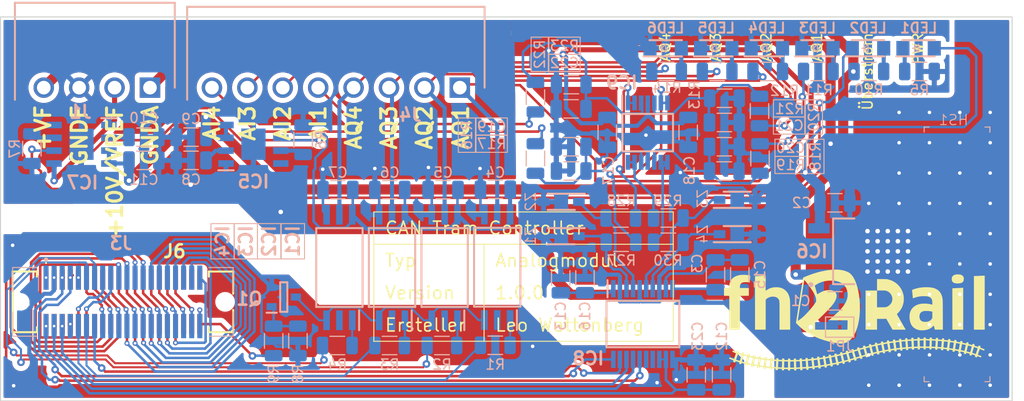
<source format=kicad_pcb>
(kicad_pcb (version 20241229) (generator "pcbnew") (generator_version "9.0")
  (layers (0 "F.Cu" signal) (2 "B.Cu" signal) (13 "F.Paste" user) (15 "B.Paste" user) (5 "F.SilkS" user "F.Silkscreen") (7 "B.SilkS" user "B.Silkscreen") (1 "F.Mask" user) (3 "B.Mask" user) (25 "Edge.Cuts" user))
  (net 0 "")
  (net 1 "GNDF")
  (net 2 "+12VF")
  (net 3 "+10VF")
  (net 4 "Net-(IC8-GNDF)")
  (net 5 "Net-(IC8-VDDF)")
  (net 6 "Net-(IC1-VDD)")
  (net 7 "Net-(IC5-DVDT)")
  (net 8 "Net-(IC7-DVDT)")
  (net 9 "GNDD")
  (net 10 "+3V3D")
  (net 11 "GNDA")
  (net 12 "Net-(IC8-REF)")
  (net 13 "Net-(IC9-NON-INVERTING_INPUT_4)")
  (net 14 "Net-(IC9-NON-INVERTING_INPUT_3)")
  (net 15 "Net-(IC9-NON-INVERTING_INPUT_2)")
  (net 16 "Net-(IC9-NON-INVERTING_INPUT_1)")
  (net 17 "/AQ1")
  (net 18 "Net-(IC1-CATHODE)")
  (net 20 "Net-(IC1-ANODE)")
  (net 21 "/AQ2")
  (net 22 "Net-(IC2-ANODE)")
  (net 24 "Net-(IC3-ANODE)")
  (net 26 "/AQ3")
  (net 27 "/AQ4")
  (net 29 "Net-(IC4-ANODE)")
  (net 30 "Net-(IC5-ILM)")
  (net 32 "OT1")
  (net 33 "Net-(IC7-OUT)")
  (net 34 "Net-(IC7-ILM)")
  (net 36 "/CS1")
  (net 37 "Net-(IC8-AIN3)")
  (net 38 "/CIPO1")
  (net 39 "Net-(IC8-AIN4)")
  (net 40 "Net-(IC8-AIN2)")
  (net 41 "/COPI1")
  (net 42 "/SCK1")
  (net 43 "Net-(IC8-AIN1)")
  (net 45 "INT")
  (net 47 "Net-(IC9-INVERTING_INPUT_4)")
  (net 48 "Net-(IC9-INVERTING_INPUT_3)")
  (net 49 "Net-(IC9-INVERTING_INPUT_2)")
  (net 50 "Net-(IC9-INVERTING_INPUT_1)")
  (net 51 "Net-(J3-Pad23)")
  (net 52 "/RQD2")
  (net 53 "Net-(J3-Pad22)")
  (net 54 "/SCL")
  (net 55 "Net-(J3-Pad19)")
  (net 56 "Net-(J3-Pad39)")
  (net 57 "Net-(J3-Pad36)")
  (net 58 "Net-(J3-Pad25)")
  (net 59 "Net-(J3-Pad34)")
  (net 60 "Net-(J3-Pad26)")
  (net 61 "Net-(J3-Pad28)")
  (net 62 "/RQD4")
  (net 63 "/SDA")
  (net 64 "Net-(J3-Pad17)")
  (net 65 "Net-(J3-Pad16)")
  (net 66 "Net-(J3-Pad31)")
  (net 67 "Net-(J3-Pad37)")
  (net 68 "/RQD1")
  (net 69 "Net-(J3-Pad20)")
  (net 70 "Net-(J3-Pad24)")
  (net 71 "Net-(J3-Pad15)")
  (net 72 "Net-(J3-Pad21)")
  (net 73 "Net-(J3-Pad38)")
  (net 74 "Net-(J3-Pad29)")
  (net 75 "Net-(J3-Pad32)")
  (net 76 "Net-(J3-Pad27)")
  (net 77 "Net-(J3-Pad18)")
  (net 78 "/EN")
  (net 79 "Net-(J3-Pad30)")
  (net 80 "/RQD3")
  (net 81 "+5VD")
  (net 82 "Net-(J3-Pad33)")
  (net 83 "Net-(J3-Pad35)")
  (net 84 "/AI4")
  (net 85 "/AI3")
  (net 86 "/AI1")
  (net 87 "/AI2")
  (net 93 "Net-(LED1-K)")
  (net 94 "Net-(LED2-Pad2)")
  (net 95 "Net-(LED3-Pad2)")
  (net 96 "Net-(LED4-Pad2)")
  (net 97 "Net-(LED5-Pad2)")
  (net 98 "Net-(LED6-Pad2)")
  (net 99 "Net-(Q1-Pad1)")
  (footprint "SamacSys_Parts:fh2rail_Logo" (layer "F.Cu") (at 184.4 97)
    (property "Reference" "G***" (hide yes))
    (property "Value" "LOGO" (hide yes))
  )
  (footprint "SamacSys_Parts:658855603040" (layer "F.Cu") (at 112.1 95.2)
    (property "Reference" "J6")
    (property "Value" "658855603040" (hide yes))
  )
  (footprint "Capacitor_SMD:C_1206_3216Metric" (layer "B.Cu") (at 168.775 102.425 90)
    (property "Reference" "C23")
    (property "Value" "10n")
  )
  (footprint "SamacSys_Parts:SHDRRA8W80P0X350_1X8_2940X920X690P" (layer "B.Cu") (at 145.4 74 180)
    (property "Reference" "J4")
    (property "Value" "39502-1008" (hide yes))
  )
  (footprint "SamacSys_Parts:SOIC127P1150X265-6N" (layer "B.Cu") (at 143.9 91.8 90)
    (property "Reference" "IC2")
    (property "Value" "SI8261BAD-C-ISR" (hide yes))
  )
  (footprint "Resistor_SMD:R_1206_3216Metric" (layer "B.Cu") (at 143.6325 99.5205 180)
    (property "Reference" "R2")
    (property "Value" "100")
  )
  (footprint "Capacitor_SMD:C_1206_3216Metric" (layer "B.Cu") (at 171.55 79.84821)
    (property "Reference" "C20")
    (property "Value" "100n")
  )
  (footprint "SamacSys_Parts:658801103040" (layer "B.Cu") (at 112.1 95.2)
    (property "Reference" "J3")
    (property "Value" "658801103040" (hide yes))
  )
  (footprint "Capacitor_SMD:C_1206_3216Metric" (layer "B.Cu") (at 157.775 92.825 -90)
    (property "Reference" "C16")
    (property "Value" "10n")
  )
  (footprint "SamacSys_Parts:SOIC127P600X170-9N" (layer "B.Cu") (at 125 79.6)
    (property "Reference" "IC5")
    (property "Value" "TPS259621DDAR" (hide yes))
  )
  (footprint "Resistor_SMD:R_1206_3216Metric" (layer "B.Cu") (at 190.8375 72.4)
    (property "Reference" "R5")
    (property "Value" "6,2k")
  )
  (footprint "Resistor_SMD:R_1206_3216Metric" (layer "B.Cu") (at 156.4125 82.24821 180)
    (property "Reference" "R17")
    (property "Value" "1,8k")
  )
  (footprint "Jumper:SolderJumper-2_P1.3mm_Bridged2Bar_Pad1.0x1.5mm" (layer "B.Cu") (at 182.95 97.7)
    (property "Reference" "JP1")
    (property "Value" "SolderJumper_2_Bridged")
  )
  (footprint "Resistor_SMD:R_1206_3216Metric" (layer "B.Cu") (at 127 99.0625 90)
    (property "Reference" "R9")
    (property "Value" "100")
  )
  (footprint "Resistor_SMD:R_1206_3216Metric" (layer "B.Cu") (at 165.8375 72.4)
    (property "Reference" "R14")
    (property "Value" "6,2k")
  )
  (footprint "Capacitor_SMD:C_1206_3216Metric" (layer "B.Cu") (at 138.475 84.1)
    (property "Reference" "C6")
    (property "Value" "100n")
  )
  (footprint "Capacitor_SMD:C_1206_3216Metric" (layer "B.Cu") (at 118.837 78.895)
    (property "Reference" "C9")
    (property "Value" "100n")
  )
  (footprint "Resistor_SMD:R_1206_3216Metric" (layer "B.Cu") (at 170.8375 72.4)
    (property "Reference" "R13")
    (property "Value" "6,2k")
  )
  (footprint "Resistor_SMD:R_1206_3216Metric" (layer "B.Cu") (at 175.075 81.01071 -90)
    (property "Reference" "R18")
    (property "Value" "8,2k")
  )
  (footprint "Resistor_SMD:R_1206_3216Metric" (layer "B.Cu") (at 129.912 79.1575 -90)
    (property "Reference" "R6")
    (property "Value" "4,7k")
  )
  (footprint "Resistor_SMD:R_1206_3216Metric" (layer "B.Cu") (at 152.875 81.01071 -90)
    (property "Reference" "R16")
    (property "Value" "8,2k")
  )
  (footprint "SamacSys_Parts:LEDM3216X130N" (layer "B.Cu") (at 190.75 70.1)
    (property "Reference" "LED1")
    (property "Value" "156120GS75000" (hide yes))
  )
  (footprint "SamacSys_Parts:SOD3716X135N" (layer "B.Cu") (at 155.425 88.7 180)
    (property "Reference" "Z1")
    (property "Value" "SZMMSZ4679T1G" (hide yes))
  )
  (footprint "Capacitor_SMD:C_1206_3216Metric" (layer "B.Cu") (at 155.375 92.825 -90)
    (property "Reference" "C13")
    (property "Value" "1u")
  )
  (footprint "Capacitor_SMD:C_1206_3216Metric" (layer "B.Cu") (at 167.975 78.42321 90)
    (property "Reference" "C18")
    (property "Value" "10u")
  )
  (footprint "Capacitor_SMD:C_1206_3216Metric" (layer "B.Cu") (at 143.745 84.1)
    (property "Reference" "C5")
    (property "Value" "100n")
  )
  (footprint "Capacitor_SMD:C_1206_3216Metric" (layer "B.Cu") (at 114.175 78.9)
    (property "Reference" "C10")
    (property "Value" "21n")
  )
  (footprint "Resistor_SMD:R_1206_3216Metric" (layer "B.Cu") (at 161.3375 89.3)
    (property "Reference" "R27")
    (property "Value" "470")
  )
  (footprint "SamacSys_Parts:SOD3716X135N" (layer "B.Cu") (at 155.425 85.3 180)
    (property "Reference" "Z2")
    (property "Value" "SZMMSZ4679T1G" (hide yes))
  )
  (footprint "Resistor_SMD:R_1206_3216Metric" (layer "B.Cu") (at 171.5375 82.24821)
    (property "Reference" "R19")
    (property "Value" "1,8k")
  )
  (footprint "SamacSys_Parts:LEDM3216X130N" (layer "B.Cu") (at 165.75 70.1)
    (property "Reference" "LED6")
    (property "Value" "156120GS75000" (hide yes))
  )
  (footprint "SamacSys_Parts:LEDM3216X130N" (layer "B.Cu") (at 175.75 70.1)
    (property "Reference" "LED4")
    (property "Value" "156120GS75000" (hide yes))
  )
  (footprint "Resistor_SMD:R_1206_3216Metric" (layer "B.Cu") (at 166.0125 86.9)
    (property "Reference" "R29")
    (property "Value" "470")
  )
  (footprint "SamacSys_Parts:SOIC127P1150X265-6N" (layer "B.Cu") (at 149.1 91.77679 90)
    (property "Reference" "IC1")
    (property "Value" "SI8261BAD-C-ISR" (hide yes))
  )
  (footprint "SamacSys_Parts:SOT95P240X120-3N" (layer "B.Cu") (at 128 94.725)
    (property "Reference" "Q1")
    (property "Value" "2N7002K" (hide yes))
  )
  (footprint "Resistor_SMD:R_1206_3216Metric" (layer "B.Cu") (at 175.8375 72.4)
    (property "Reference" "R12")
    (property "Value" "6,2k")
  )
  (footprint "Capacitor_SMD:C_1206_3216Metric" (layer "B.Cu") (at 171.275 102.425 90)
    (property "Reference" "C12")
    (property "Value" "1u")
  )
  (footprint "SamacSys_Parts:SHDRRA4W80P0X350_1X4_1540X920X730P" (layer "B.Cu") (at 114.775 74 180)
    (property "Reference" "J1")
    (property "Value" "39502-1004" (hide yes))
  )
  (footprint "SamacSys_Parts:TO228P972X240-3N" (layer "B.Cu") (at 185.25 90.2)
    (property "Reference" "IC6")
    (property "Value" "L78M10ABDT-TR" (hide yes))
  )
  (footprint "Capacitor_SMD:C_1206_3216Metric" (layer "B.Cu") (at 156.4 76.1 180)
    (property "Reference" "C22")
    (property "Value" "100n")
  )
  (footprint "Resistor_SMD:R_1206_3216Metric" (layer "B.Cu") (at 161.3125 86.9)
    (property "Reference" "R28")
    (property "Value" "470")
  )
  (footprint "Resistor_SMD:R_1206_3216Metric" (layer "B.Cu") (at 166.0125 89.3)
    (property "Reference" "R30")
    (property "Value" "470")
  )
  (footprint "SamacSys_Parts:SOD3716X135N" (layer "B.Cu") (at 172.825 85.1)
    (property "Reference" "Z3")
    (property "Value" "SZMMSZ4679T1G" (hide yes))
  )
  (footprint "Capacitor_SMD:C_1206_3216Metric" (layer "B.Cu") (at 156.4 79.84821 180)
    (property "Reference" "C19")
    (property "Value" "100n")
  )
  (footprint "Resistor_SMD:R_1206_3216Metric" (layer "B.Cu") (at 133.2925 99.5205 180)
    (property "Reference" "R4")
    (property "Value" "100")
  )
  (footprint "SamacSys_Parts:Heatsink ICK 20 L" (layer "B.Cu") (at 197.7 78 180)
    (property "Reference" "HS1")
    (property "Value" "ICK 20 L")
  )
  (footprint "SamacSys_Parts:SOP65P778X199-20N" (layer "B.Cu") (at 163.5 97.398 -90)
    (property "Reference" "IC8")
    (property "Value" "MAX22531AAP+" (hide yes))
  )
  (footprint "SamacSys_Parts:SOIC127P600X170-9N" (layer "B.Cu") (at 108 79.6 180)
    (property "Reference" "IC7")
    (property "Value" "TPS259621DDAR" (hide yes))
  )
  (footprint "Resistor_SMD:R_1206_3216Metric" (layer "B.Cu") (at 180.8375 72.4)
    (property "Reference" "R11")
    (property "Value" "6,2k")
  )
  (footprint "SamacSys_Parts:SOIC127P1150X265-6N" (layer "B.Cu") (at 133.5 91.8 90)
    (property "Reference" "IC4")
    (property "Value" "SI8261BAD-C-ISR" (hide yes))
  )
  (footprint "Capacitor_SMD:C_1206_3216Metric" (layer "B.Cu") (at 170.675 92.525 -90)
    (property "Reference" "C3")
    (property "Value" "1u")
  )
  (footprint "SamacSys_Parts:LEDM3216X130N" (layer "B.Cu") (at 170.75 70.1)
    (property "Reference" "LED5")
    (property "Value" "156120GS75000" (hide yes))
  )
  (footprint "Capacitor_SMD:C_1206_3216Metric" (layer "B.Cu") (at 171.55 77.44821)
    (property "Reference" "C21")
    (property "Value" "100n")
  )
  (footprint "SamacSys_Parts:SOP65P640X120-14N" (layer "B.Cu") (at 163.975 78.44821 -90)
    (property "Reference" "IC9")
    (property "Value" "TS924IPT" (hide yes))
  )
  (footprint "Resistor_SMD:R_1206_3216Metric" (layer "B.Cu") (at 185.8375 72.4 180)
    (property "Reference" "R10")
    (property "Value" "6,2k")
  )
  (footprint "Capacitor_SMD:C_1206_3216Metric" (layer "B.Cu") (at 173.075 92.525 -90)
    (property "Reference" "C15")
    (property "Value" "10n")
  )
  (footprint "Resistor_SMD:R_1206_3216Metric" (layer "B.Cu") (at 103.1 80.0375 90)
    (property "Reference" "R7")
    (property "Value" "4,7k")
  )
  (footprint "Capacitor_SMD:C_1206_3216Metric" (layer "B.Cu") (at 159.975 78.42321 90)
    (property "Reference" "C17")
    (property "Value" "100n")
  )
  (footprint "Capacitor_SMD:C_1206_3216Metric" (layer "B.Cu") (at 182.475 95.1)
    (property "Reference" "C1")
    (property "Value" "330n")
  )
  (footprint "Capacitor_SMD:C_1206_3216Metric" (layer "B.Cu") (at 148.915 84.07229)
    (property "Reference" "C4")
    (property "Value" "100n")
  )
  (footprint "Resistor_SMD:R_1206_3216Metric" (layer "B.Cu") (at 138.4625 99.5205 180)
    (property "Reference" "R3")
    (property "Value" "100")
  )
  (footprint "Capacitor_SMD:C_1206_3216Metric" (layer "B.Cu") (at 114.175 81.2 180)
    (property "Reference" "C11")
    (property "Value" "100n")
  )
  (footprint "Resistor_SMD:R_1206_3216Metric" (layer "B.Cu") (at 175.025 76.31071 90)
    (property "Reference" "R20")
    (property "Value" "8,2k")
  )
  (footprint "Resistor_SMD:R_1206_3216Metric" (layer "B.Cu") (at 129.4 99.0625 -90)
    (property "Reference" "R8")
    (property "Value" "10k")
  )
  (footprint "Capacitor_SMD:C_1206_3216Metric" (layer "B.Cu") (at 182.475 85.4)
    (property "Reference" "C2")
    (property "Value" "100n")
  )
  (footprint "SamacSys_Parts:SOIC127P1150X265-6N" (layer "B.Cu") (at 138.7 91.8 90)
    (property "Reference" "IC3")
    (property "Value" "SI8261BAD-C-ISR" (hide yes))
  )
  (footprint "Resistor_SMD:R_1206_3216Metric" (layer "B.Cu") (at 171.5625 75.04821)
    (property "Reference" "R21")
    (property "Value" "1,8k")
  )
  (footprint "SamacSys_Parts:LEDM3216X130N" (layer "B.Cu") (at 185.75 70.1)
    (property "Reference" "LED2")
    (property "Value" "156120RS75000" (hide yes))
  )
  (footprint "SamacSys_Parts:LEDM3216X130N" (layer "B.Cu") (at 180.75 70.1)
    (property "Reference" "LED3")
    (property "Value" "156120GS75000" (hide yes))
  )
  (footprint "SamacSys_Parts:SOD3716X135N" (layer "B.Cu") (at 172.825 88.5)
    (property "Reference" "Z4")
    (property "Value" "SZMMSZ4679T1G" (hide yes))
  )
  (footprint "Resistor_SMD:R_1206_3216Metric" (layer "B.Cu") (at 148.9025 99.49729 180)
    (property "Reference" "R1")
    (property "Value" "100")
  )
  (footprint "Resistor_SMD:R_1206_3216Metric" (layer "B.Cu") (at 156.4125 73.7 180)
    (property "Reference" "R23")
    (property "Value" "1,8k")
  )
  (footprint "Capacitor_SMD:C_1206_3216Metric" (layer "B.Cu") (at 133.345 84.1)
    (property "Reference" "C7")
    (property "Value" "100n")
  )
  (footprint "Capacitor_SMD:C_1206_3216Metric" (layer "B.Cu") (at 118.837 81.195 180)
    (property "Reference" "C8")
    (property "Value" "21n")
  )
  (footprint "Resistor_SMD:R_1206_3216Metric" (layer "B.Cu") (at 152.875 74.9375 90)
    (property "Reference" "R22")
    (property "Value" "8,2k")
  )
  (gr_rect (start 176.55 79.1) (end 179.65 80.8) (stroke (width 0.1)) (fill no) (layer "B.SilkS"))
  (gr_rect (start 147 77) (end 150.1 78.7) (stroke (width 0.1)) (fill no) (layer "B.SilkS"))
  (gr_rect (start 120.8 87.45) (end 123.1 90.95) (stroke (width 0.1)) (fill no) (layer "B.SilkS"))
  (gr_rect (start 176.55 80.8) (end 179.65 82.5) (stroke (width 0.1)) (fill no) (layer "B.SilkS"))
  (gr_rect (start 176.4 76.9) (end 179.5 78.6) (stroke (width 0.1)) (fill no) (layer "B.SilkS"))
  (gr_rect (start 176.4 75.2) (end 179.5 76.9) (stroke (width 0.1)) (fill no) (layer "B.SilkS"))
  (gr_rect (start 154.2 70.7) (end 157.3 72.4) (stroke (width 0.1)) (fill no) (layer "B.SilkS"))
  (gr_rect (start 145.25 77) (end 146.95 80.4) (stroke (width 0.1)) (fill no) (layer "B.SilkS"))
  (gr_rect (start 179.7 79.1) (end 181.4 82.5) (stroke (width 0.1)) (fill no) (layer "B.SilkS"))
  (gr_rect (start 127.75 87.45) (end 130.05 90.95) (stroke (width 0.1)) (fill no) (layer "B.SilkS"))
  (gr_rect (start 147 78.7) (end 150.1 80.4) (stroke (width 0.1)) (fill no) (layer "B.SilkS"))
  (gr_rect (start 152.45 69) (end 154.15 72.4) (stroke (width 0.1)) (fill no) (layer "B.SilkS"))
  (gr_rect (start 125.4 87.45) (end 127.7 90.95) (stroke (width 0.1)) (fill no) (layer "B.SilkS"))
  (gr_rect (start 179.55 75.2) (end 181.25 78.6) (stroke (width 0.1)) (fill no) (layer "B.SilkS"))
  (gr_rect (start 123.1 87.45) (end 125.4 90.95) (stroke (width 0.1)) (fill no) (layer "B.SilkS"))
  (gr_rect (start 154.2 69) (end 157.3 70.7) (stroke (width 0.1)) (fill no) (layer "B.SilkS"))
  (gr_rect (start 100 67) (end 200 105) (stroke (width 0.1)) (fill no) (layer "Edge.Cuts"))
  (gr_text "Überstrom" (at 185.7 72.404762 90) (layer "F.SilkS") (effects (font (size 1 1))))
  (gr_text "AI4" (at 120.9 75.6 90) (layer "F.SilkS") (effects (font (size 1.5 1.5) (thickness 0.3) (bold yes)) (justify right)))
  (gr_text "AQ1" (at 145.5 75.6 90) (layer "F.SilkS") (effects (font (size 1.5 1.5) (thickness 0.3) (bold yes)) (justify right)))
  (gr_text "AQ1" (at 180.7 70 90) (layer "F.SilkS") (effects (font (size 1 1))))
  (gr_text "AI2" (at 127.9 75.6 90) (layer "F.SilkS") (effects (font (size 1.5 1.5) (thickness 0.3) (bold yes)) (justify right)))
  (gr_text "AQ3" (at 138.4 75.6 90) (layer "F.SilkS") (effects (font (size 1.5 1.5) (thickness 0.3) (bold yes)) (justify right)))
  (gr_text "AQ2" (at 175.7 70 90) (layer "F.SilkS") (effects (font (size 1 1))))
  (gr_text "+VF" (at 104.2 75.6 90) (layer "F.SilkS") (effects (font (size 1.5 1.5) (thickness 0.3) (bold yes)) (justify right)))
  (gr_text "AQ2" (at 141.9 75.6 90) (layer "F.SilkS") (effects (font (size 1.5 1.5) (thickness 0.3) (bold yes)) (justify right)))
  (gr_text "PWR" (at 190.7 70.142857 90) (layer "F.SilkS") (effects (font (size 1 1))))
  (gr_text "AI3" (at 124.4 75.6 90) (layer "F.SilkS") (effects (font (size 1.5 1.5) (thickness 0.3) (bold yes)) (justify right)))
  (gr_text "GNDA" (at 114.8 75.6 90) (layer "F.SilkS") (effects (font (size 1.5 1.5) (thickness 0.3) (bold yes)) (justify right)))
  (gr_text "AQ3" (at 170.7 70 90) (layer "F.SilkS") (effects (font (size 1 1))))
  (gr_text "AQ4" (at 134.9 75.6 90) (layer "F.SilkS") (effects (font (size 1.5 1.5) (thickness 0.3) (bold yes)) (justify right)))
  (gr_text "GNDF" (at 107.8 75.6 90) (layer "F.SilkS") (effects (font (size 1.5 1.5) (thickness 0.3) (bold yes)) (justify right)))
  (gr_text "AI1" (at 131.4 75.6 90) (layer "F.SilkS") (effects (font (size 1.5 1.5) (thickness 0.3) (bold yes)) (justify right)))
  (gr_text "+10V/VREF\n" (at 111.3 75.6 90) (layer "F.SilkS") (effects (font (size 1.5 1.5) (thickness 0.3) (bold yes)) (justify right)))
  (gr_text "AQ4" (at 165.7 70 90) (layer "F.SilkS") (effects (font (size 1 1))))
  (table (column_count 2) (layer "F.SilkS") (border (external yes) (header yes) (stroke (width 0.1))) (separators (rows no) (cols yes) (stroke (width 0.1))) (column_widths 10.9 18.7) (row_heights 3.2 3.2 3.2 3.2) (cells (table_cell "CAN Tram Controller" (start 136.9 86.3) (end 166.5 89.5) (margins 1.0025 1.0025 1.0025 1.0025) (span 2 1) (layer "F.SilkS") (effects (font (size 1.27 1.27)) (justify left))) (table_cell "" (start 147.8 86.3) (end 166.5 89.5) (margins 1.0025 1.0025 1.0025 1.0025) (span 0 0) (layer "F.SilkS") (effects (font (size 1.27 1.27)) (justify left))) (table_cell "Typ" (start 136.9 89.5) (end 147.8 92.7) (margins 1.0025 1.0025 1.0025 1.0025) (span 1 1) (layer "F.SilkS") (effects (font (size 1.27 1.27)) (justify left))) (table_cell "Analogmodul" (start 147.8 89.5) (end 166.5 92.7) (margins 1.0025 1.0025 1.0025 1.0025) (span 1 1) (layer "F.SilkS") (effects (font (size 1.27 1.27)) (justify left))) (table_cell "Version" (start 136.9 92.7) (end 147.8 95.9) (margins 1.0025 1.0025 1.0025 1.0025) (span 1 1) (layer "F.SilkS") (effects (font (size 1.27 1.27)) (justify left))) (table_cell "1.0.0" (start 147.8 92.7) (end 166.5 95.9) (margins 1.0025 1.0025 1.0025 1.0025) (span 1 1) (layer "F.SilkS") (effects (font (size 1.27 1.27)) (justify left))) (table_cell "Ersteller" (start 136.9 95.9) (end 147.8 99.1) (margins 1.0025 1.0025 1.0025 1.0025) (span 1 1) (layer "F.SilkS") (effects (font (size 1.27 1.27)) (justify left))) (table_cell "Leo Wattenberg" (start 147.8 95.9) (end 166.5 99.1) (margins 1.0025 1.0025 1.0025 1.0025) (span 1 1) (layer "F.SilkS") (effects (font (size 1.27 1.27)) (justify left)))))
  (segment (start 154.25 92.35) (end 154.25 90.65) (width 1) (layer "F.Cu") (net 1))
  (segment (start 150.5 86.9) (end 128.3 86.9) (width 1) (layer "F.Cu") (net 1))
  (segment (start 174.8 97.7) (end 171.6 94.5) (width 1) (layer "F.Cu") (net 1))
  (segment (start 180.1 97.7) (end 174.8 97.7) (width 1) (layer "F.Cu") (net 1))
  (segment (start 128.3 86.9) (end 127.7 86.3) (width 1) (layer "F.Cu") (net 1))
  (segment (start 156.4 94.5) (end 154.25 92.35) (width 1) (layer "F.Cu") (net 1))
  (segment (start 154.25 90.65) (end 150.5 86.9) (width 1) (layer "F.Cu") (net 1))
  (segment (start 171.6 94.5) (end 156.4 94.5) (width 1) (layer "F.Cu") (net 1))
  (via (at 147.4 82) (size 0.75) (drill 0.35) (layers "F.Cu" "B.Cu") (net 1))
  (via (at 118.8 83.6) (size 1) (drill 0.45) (layers "F.Cu" "B.Cu") (net 1))
  (via (at 137 82) (size 0.75) (drill 0.35) (layers "F.Cu" "B.Cu") (net 1))
  (via (at 131.853347 82.075) (size 0.75) (drill 0.35) (layers "F.Cu" "B.Cu") (net 1))
  (via (at 142.3 81.9) (size 0.75) (drill 0.35) (layers "F.Cu" "B.Cu") (net 1))
  (via (at 127.7 86.3) (size 1) (drill 0.45) (layers "F.Cu" "B.Cu") (net 1))
  (via (at 180.1 97.7) (size 1) (drill 0.45) (layers "F.Cu" "B.Cu") (net 1))
  (segment (start 137.43 84.53) (end 137 84.1) (width 0.25) (layer "B.Cu") (net 1))
  (segment (start 142.27 84.1) (end 142.27 81.93) (width 0.25) (layer "B.Cu") (net 1))
  (segment (start 142.27 81.93) (end 142.3 81.9) (width 0.25) (layer "B.Cu") (net 1))
  (segment (start 131.87 84.1) (end 131.87 82.091653) (width 0.25) (layer "B.Cu") (net 1))
  (segment (start 131.87 84.1) (end 131.87 86.215) (width 0.25) (layer "B.Cu") (net 1))
  (segment (start 142.63 84.46) (end 142.27 84.1) (width 0.25) (layer "B.Cu") (net 1))
  (segment (start 137 84.1) (end 137 82) (width 0.25) (layer "B.Cu") (net 1))
  (segment (start 163.4 69.3) (end 164.2 70.1) (width 1) (layer "B.Cu") (net 1))
  (segment (start 137.43 86.575) (end 137.43 84.53) (width 0.25) (layer "B.Cu") (net 1))
  (segment (start 142.63 86.575) (end 142.63 84.46) (width 0.25) (layer "B.Cu") (net 1))
  (segment (start 147.44 86.16179) (end 147.83 86.55179) (width 0.25) (layer "B.Cu") (net 1))
  (segment (start 180.1 97.7) (end 182.3 97.7) (width 1) (layer "B.Cu") (net 1))
  (segment (start 147.44 84.07229) (end 147.44 86.16179) (width 0.25) (layer "B.Cu") (net 1))
  (segment (start 131.87 86.215) (end 132.23 86.575) (width 0.25) (layer "B.Cu") (net 1))
  (segment (start 147.44 82.04) (end 147.4 82) (width 0.25) (layer "B.Cu") (net 1))
  (segment (start 147.44 84.07229) (end 147.44 82.04) (width 0.25) (layer "B.Cu") (net 1))
  (segment (start 131.87 82.091653) (end 131.853347 82.075) (width 0.25) (layer "B.Cu") (net 1))
  (segment (start 110.425 67.85) (end 181.447056 67.85) (width 1) (layer "F.Cu") (net 2))
  (segment (start 104.275 74) (end 110.425 67.85) (width 1) (layer "F.Cu") (net 2))
  (segment (start 183.3 81.054358) (end 178.6 85.754358) (width 1) (layer "F.Cu") (net 2))
  (segment (start 178.6 85.754358) (end 178.6 92.5) (width 1) (layer "F.Cu") (net 2))
  (segment (start 183.3 73.4) (end 183.3 81.054358) (width 1) (layer "F.Cu") (net 2))
  (segment (start 184.3 70.702944) (end 184.3 72.4) (width 1) (layer "F.Cu") (net 2))
  (segment (start 184.3 72.4) (end 183.3 73.4) (width 1) (layer "F.Cu") (net 2))
  (segment (start 181.447056 67.85) (end 184.3 70.702944) (width 1) (layer "F.Cu") (net 2))
  (via (at 184.3 72.4) (size 1) (drill 0.45) (layers "F.Cu" "B.Cu") (net 2))
  (via (at 178.6 92.5) (size 1) (drill 0.45) (layers "F.Cu" "B.Cu") (net 2))
  (segment (start 178.6 92.5) (end 180.88 92.5) (width 1) (layer "B.Cu") (net 2))
  (segment (start 180.9 95) (end 181 95.1) (width 1) (layer "B.Cu") (net 2))
  (segment (start 180.9 92.48) (end 180.9 95) (width 1) (layer "B.Cu") (net 2))
  (segment (start 180.88 92.5) (end 180.9 92.48) (width 1) (layer "B.Cu") (net 2))
  (segment (start 177.875194 84.075) (end 179.554923 82.395271) (width 1) (layer "F.Cu") (net 3))
  (segment (start 180.125 74.537925) (end 180.125 81.825194) (width 0.5) (layer "F.Cu") (net 3))
  (segment (start 127.475 84.075) (end 177.875194 84.075) (width 1) (layer "F.Cu") (net 3))
  (segment (start 155.61985 70.713433) (end 156.083283 70.25) (width 0.5) (layer "F.Cu") (net 3))
  (segment (start 180.125 81.825194) (end 179.554923 82.395271) (width 0.5) (layer "F.Cu") (net 3))
  (segment (start 120.3 76.9) (end 119 76.9) (width 1) (layer "F.Cu") (net 3))
  (segment (start 156.083283 70.25) (end 175.837075 70.25) (width 0.5) (layer "F.Cu") (net 3))
  (segment (start 119 76.9) (end 112.7 83.2) (width 1) (layer "F.Cu") (net 3))
  (segment (start 120.3 76.9) (end 127.475 84.075) (width 1) (layer "F.Cu") (net 3))
  (segment (start 175.837075 70.25) (end 180.125 74.537925) (width 0.5) (layer "F.Cu") (net 3))
  (via (at 120.3 76.9) (size 1) (drill 0.45) (layers "F.Cu" "B.Cu") (net 3))
  (via (at 112.7 83.2) (size 1) (drill 0.45) (layers "F.Cu" "B.Cu") (net 3))
  (via (at 155.61985 70.713433) (size 0.75) (drill 0.35) (layers "F.Cu" "B.Cu") (net 3))
  (via (at 179.554923 82.395271) (size 1) (drill 0.45) (layers "F.Cu" "B.Cu") (net 3))
  (segment (start 181 83.840348) (end 179.554923 82.395271) (width 1) (layer "B.Cu") (net 3))
  (segment (start 181 85.4) (end 181 87.82) (width 1) (layer "B.Cu") (net 3))
  (segment (start 110.712 81.505) (end 112.395 81.505) (width 0.4) (layer "B.Cu") (net 3))
  (segment (start 160.8 77.77321) (end 162.942462 77.77321) (width 0.4) (layer "B.Cu") (net 3))
  (segment (start 159.975 76.94821) (end 160.8 77.77321) (width 0.4) (layer "B.Cu") (net 3))
  (segment (start 195.25 77.9) (end 196.45 76.7) (width 0.25) (layer "B.Cu") (net 3))
  (segment (start 155.9135 71.007083) (end 155.61985 70.713433) (width 0.4) (layer "B.Cu") (net 3))
  (segment (start 120.3 78.883) (end 120.312 78.895) (width 1) (layer "B.Cu") (net 3))
  (segment (start 181 85.4) (end 181 83.840348) (width 1) (layer "B.Cu") (net 3))
  (segment (start 112.395 81.505) (end 112.7 81.2) (width 0.4) (layer "B.Cu") (net 3))
  (segment (start 157.39563 77.52321) (end 155.9135 76.04108) (width 0.4) (layer "B.Cu") (net 3))
  (segment (start 196.45 70.9) (end 195.65 70.1) (width 0.25) (layer "B.Cu") (net 3))
  (segment (start 163.975 76.67271) (end 164.8255 77.52321) (width 0.4) (layer "B.Cu") (net 3))
  (segment (start 179.554923 79.595077) (end 181.3 77.85) (width 0.25) (layer "B.Cu") (net 3))
  (segment (start 110.712 80.235) (end 110.712 81.505) (width 0.4) (layer "B.Cu") (net 3))
  (segment (start 122.288 78.965) (end 122.288 77.695) (width 0.4) (layer "B.Cu") (net 3))
  (segment (start 120.3 76.9) (end 120.3 78.883) (width 1) (layer "B.Cu") (net 3))
  (segment (start 159.975 76.94821) (end 159.4 77.52321) (width 0.4) (layer "B.Cu") (net 3))
  (segment (start 195.65 70.1) (end 192.3 70.1) (width 0.25) (layer "B.Cu") (net 3))
  (segment (start 159.4 77.52321) (end 157.39563 77.52321) (width 0.4) (layer "B.Cu") (net 3))
  (segment (start 162.942462 77.77321) (end 163.975 76.740672) (width 0.4) (layer "B.Cu") (net 3))
  (segment (start 122.218 78.895) (end 122.288 78.965) (width 0.4) (layer "B.Cu") (net 3))
  (segment (start 179.554923 82.395271) (end 179.554923 79.595077) (width 0.25) (layer "B.Cu") (net 3))
  (segment (start 167.4 77.52321) (end 167.975 76.94821) (width 0.4) (layer "B.Cu") (net 3))
  (segment (start 120.312 78.895) (end 122.218 78.895) (width 0.4) (layer "B.Cu") (net 3))
  (segment (start 163.975 76.740672) (end 163.975 76.67271) (width 0.4) (layer "B.Cu") (net 3))
  (segment (start 196.45 76.7) (end 196.45 70.9) (width 0.25) (layer "B.Cu") (net 3))
  (segment (start 181 87.82) (end 180.9 87.92) (width 1) (layer "B.Cu") (net 3))
  (segment (start 181.35 77.9) (end 195.25 77.9) (width 0.25) (layer "B.Cu") (net 3))
  (segment (start 112.7 83.2) (end 112.7 81.2) (width 1) (layer "B.Cu") (net 3))
  (segment (start 164.8255 77.52321) (end 167.4 77.52321) (width 0.4) (layer "B.Cu") (net 3))
  (segment (start 155.9135 76.04108) (end 155.9135 71.007083) (width 0.4) (layer "B.Cu") (net 3))
  (segment (start 181.3 77.85) (end 181.35 77.9) (width 0.25) (layer "B.Cu") (net 3))
  (segment (start 163.975 76.67271) (end 163.975 75.51021) (width 0.4) (layer "B.Cu") (net 3))
  (segment (start 170.575 93.9) (end 170.675 94) (width 0.25) (layer "B.Cu") (net 4))
  (segment (start 166.425 93.9) (end 170.575 93.9) (width 0.25) (layer "B.Cu") (net 4))
  (segment (start 170.675 94) (end 173.075 94) (width 0.25) (layer "B.Cu") (net 4))
  (segment (start 170.675 91.05) (end 173.075 91.05) (width 0.25) (layer "B.Cu") (net 5))
  (segment (start 169.325 92.4) (end 170.675 91.05) (width 0.25) (layer "B.Cu") (net 5))
  (segment (start 165.775 92.8205) (end 166.1955 92.4) (width 0.25) (layer "B.Cu") (net 5))
  (segment (start 166.1955 92.4) (end 169.325 92.4) (width 0.25) (layer "B.Cu") (net 5))
  (segment (start 165.775 93.9) (end 165.775 92.8205) (width 0.25) (layer "B.Cu") (net 5))
  (segment (start 130.989339 78.65) (end 131.189339 78.45) (width 0.25) (layer "B.Cu") (net 6))
  (segment (start 150.37 84.09229) (end 150.39 84.07229) (width 0.4) (layer "B.Cu") (net 6))
  (segment (start 134.77 87.225) (end 134.77 86.575) (width 0.25) (layer "B.Cu") (net 6))
  (segment (start 139.97 84.12) (end 139.95 84.1) (width 0.25) (layer "B.Cu") (net 6))
  (segment (start 139.97 86.575) (end 139.97 84.12) (width 0.25) (layer "B.Cu") (net 6))
  (segment (start 134.82 84.1) (end 134.82 86.525) (width 0.25) (layer "B.Cu") (net 6))
  (segment (start 150.37 87.38379) (end 150.37 86.55179) (width 0.4) (layer "B.Cu") (net 6))
  (segment (start 141.346 87.951) (end 144.444 87.951) (width 0.4) (layer "B.Cu") (net 6))
  (segment (start 146.545 87.95) (end 149.80379 87.95) (width 0.4) (layer "B.Cu") (net 6))
  (segment (start 149.80379 87.95) (end 150.37 87.38379) (width 0.4) (layer "B.Cu") (net 6))
  (segment (start 129.1045 78.65) (end 130.989339 78.65) (width 0.25) (layer "B.Cu") (net 6))
  (segment (start 134.119 87.876) (end 134.77 87.225) (width 0.25) (layer "B.Cu") (net 6))
  (segment (start 132.25 79.810661) (end 131.113 80.947661) (width 0.25) (layer "B.Cu") (net 6))
  (segment (start 150.37 86.55179) (end 150.37 84.09229) (width 0.4) (layer "B.Cu") (net 6))
  (segment (start 145.17 87.225) (end 145.17 86.575) (width 0.4) (layer "B.Cu") (net 6))
  (segment (start 139.97 87.225) (end 139.97 86.575) (width 0.4) (layer "B.Cu") (net 6))
  (segment (start 145.17 84.15) (end 145.22 84.1) (width 0.25) (layer "B.Cu") (net 6))
  (segment (start 127.712 77.695) (end 128.1495 77.695) (width 0.25) (layer "B.Cu") (net 6))
  (segment (start 139.244 87.951) (end 139.97 87.225) (width 0.4) (layer "B.Cu") (net 6))
  (segment (start 145.17 86.575) (end 146.545 87.95) (width 0.4) (layer "B.Cu") (net 6))
  (segment (start 131.113 80.947661) (end 131.113 82.037) (width 0.25) (layer "B.Cu") (net 6))
  (segment (start 131.579 87.876) (end 134.119 87.876) (width 0.25) (layer "B.Cu") (net 6))
  (segment (start 130.95 82.2) (end 130.95 87.247) (width 0.25) (layer "B.Cu") (net 6))
  (segment (start 136.146 87.951) (end 139.244 87.951) (width 0.4) (layer "B.Cu") (net 6))
  (segment (start 131.810661 78.45) (end 132.25 78.889339) (width 0.25) (layer "B.Cu") (net 6))
  (segment (start 130.95 87.247) (end 131.579 87.876) (width 0.25) (layer "B.Cu") (net 6))
  (segment (start 144.444 87.951) (end 145.17 87.225) (width 0.4) (layer "B.Cu") (net 6))
  (segment (start 134.77 86.575) (end 136.146 87.951) (width 0.4) (layer "B.Cu") (net 6))
  (segment (start 145.17 86.575) (end 145.17 84.15) (width 0.25) (layer "B.Cu") (net 6))
  (segment (start 131.189339 78.45) (end 131.810661 78.45) (width 0.25) (layer "B.Cu") (net 6))
  (segment (start 128.1495 77.695) (end 129.1045 78.65) (width 0.25) (layer "B.Cu") (net 6))
  (segment (start 131.113 82.037) (end 130.95 82.2) (width 0.25) (layer "B.Cu") (net 6))
  (segment (start 132.25 78.889339) (end 132.25 79.810661) (width 0.25) (layer "B.Cu") (net 6))
  (segment (start 134.82 86.525) (end 134.77 86.575) (width 0.25) (layer "B.Cu") (net 6))
  (segment (start 139.97 86.575) (end 141.346 87.951) (width 0.4) (layer "B.Cu") (net 6))
  (segment (start 121.272 80.235) (end 120.312 81.195) (width 0.4) (layer "B.Cu") (net 7))
  (segment (start 122.288 80.235) (end 121.272 80.235) (width 0.4) (layer "B.Cu") (net 7))
  (segment (start 110.777 78.9) (end 110.712 78.965) (width 0.4) (layer "B.Cu") (net 8))
  (segment (start 112.7 78.9) (end 110.777 78.9) (width 0.4) (layer "B.Cu") (net 8))
  (segment (start 105.86943 103.528) (end 164.572 103.528) (width 0.4) (layer "F.Cu") (net 9))
  (segment (start 105.72143 103.676) (end 105.86943 103.528) (width 0.4) (layer "F.Cu") (net 9))
  (segment (start 101.3 103.5) (end 101.476 103.676) (width 0.4) (layer "F.Cu") (net 9))
  (segment (start 101.476 103.676) (end 105.72143 103.676) (width 0.4) (layer "F.Cu") (net 9))
  (segment (start 105.3 93) (end 105.3 92.8) (width 0.25) (layer "F.Cu") (net 9))
  (segment (start 164.572 103.528) (end 164.9 103.2) (width 0.4) (layer "F.Cu") (net 9))
  (segment (start 100.558 90.242) (end 101.2 89.6) (width 0.25) (layer "F.Cu") (net 9))
  (segment (start 164.9 103.2) (end 164.95 103.25) (width 0.4) (layer "F.Cu") (net 9))
  (segment (start 101.3 103.5) (end 100.558 102.758) (width 0.25) (layer "F.Cu") (net 9))
  (segment (start 166.45 103.25) (end 166.8 102.9) (width 0.4) (layer "F.Cu") (net 9))
  (segment (start 164.95 103.25) (end 166.45 103.25) (width 0.4) (layer "F.Cu") (net 9))
  (segment (start 100.558 102.758) (end 100.558 90.242) (width 0.25) (layer "F.Cu") (net 9))
  (via (at 152.6 99.6) (size 0.75) (drill 0.35) (layers "F.Cu" "B.Cu") (net 9))
  (via (at 101.2 89.6) (size 0.75) (drill 0.35) (layers "F.Cu" "B.Cu") (net 9))
  (via (at 166.8 102.9) (size 0.75) (drill 0.35) (layers "F.Cu" "B.Cu") (net 9))
  (via (at 164.9 103.2) (size 0.75) (drill 0.35) (layers "F.Cu" "B.Cu") (net 9))
  (via (at 101.3 103.5) (size 0.75) (drill 0.35) (layers "F.Cu" "B.Cu") (net 9))
  (via (at 105.3 92.8) (size 0.5) (drill 0.25) (layers "F.Cu" "B.Cu") (net 9))
  (segment (start 101.2 89.6) (end 102.306 88.494) (width 0.4) (layer "B.Cu") (net 9))
  (segment (start 103.065 95.552728) (end 103.065 95.641138) (width 0.4) (layer "B.Cu") (net 9))
  (segment (start 105.3 92.8) (end 105.3 94.057538) (width 0.4) (layer "B.Cu") (net 9))
  (segment (start 103.5 100.95864) (end 103.5 102.6) (width 0.4) (layer "B.Cu") (net 9))
  (segment (start 166.8 102.9) (end 166.8 101.271) (width 0.4) (layer "B.Cu") (net 9))
  (segment (start 125.799 94.776) (end 125.799 98.158014) (width 0.25) (layer "B.Cu") (net 9))
  (segment (start 104.282138 94.424) (end 103.608138 95.098) (width 0.4) (layer "B.Cu") (net 9))
  (segment (start 102.849 100.30764) (end 103.5 100.95864) (width 0.4) (layer "B.Cu") (net 9))
  (segment (start 102.849 95.857138) (end 102.849 100.30764) (width 0.4) (layer "B.Cu") (net 9))
  (segment (start 103.5 102.6) (end 102.6 103.5) (width 0.4) (layer "B.Cu") (net 9))
  (segment (start 103.608138 95.098) (end 103.519728 95.098) (width 0.4) (layer "B.Cu") (net 9))
  (segment (start 104.307552 94.4) (end 104.283552 94.424) (width 0.4) (layer "B.Cu") (net 9))
  (segment (start 166.8 101.271) (end 166.425 100.896) (width 0.4) (layer "B.Cu") (net 9))
  (segment (start 121.519 88.494) (end 126.8 93.775) (width 0.4) (layer "B.Cu") (net 9))
  (segment (start 126.8 93.775) (end 125.799 94.776) (width 0.25) (layer "B.Cu") (net 9))
  (segment (start 102.306 88.494) (end 121.519 88.494) (width 0.4) (layer "B.Cu") (net 9))
  (segment (start 102.6 103.5) (end 101.3 103.5) (width 0.4) (layer "B.Cu") (net 9))
  (segment (start 125.799 98.158014) (end 127.277486 99.6365) (width 0.25) (layer "B.Cu") (net 9))
  (segment (start 103.519728 95.098) (end 103.065 95.552728) (width 0.4) (layer "B.Cu") (net 9))
  (segment (start 103.065 95.641138) (end 102.849 95.857138) (width 0.4) (layer "B.Cu") (net 9))
  (segment (start 127.277486 99.6365) (end 128.5115 99.6365) (width 0.25) (layer "B.Cu") (net 9))
  (segment (start 105.3 94.057538) (end 104.957538 94.4) (width 0.4) (layer "B.Cu") (net 9))
  (segment (start 128.5115 99.6365) (end 129.4 100.525) (width 0.25) (layer "B.Cu") (net 9))
  (segment (start 104.957538 94.4) (end 104.307552 94.4) (width 0.4) (layer "B.Cu") (net 9))
  (segment (start 104.283552 94.424) (end 104.282138 94.424) (width 0.4) (layer "B.Cu") (net 9))
  (segment (start 104.5 97.4) (end 104.5 97.6) (width 0.25) (layer "F.Cu") (net 10))
  (via (at 104.5 97.6) (size 0.5) (drill 0.25) (layers "F.Cu" "B.Cu") (net 10))
  (segment (start 166.739339 103.9) (end 165.775 102.935661) (width 0.25) (layer "B.Cu") (net 10))
  (segment (start 165.125 100.896) (end 165.775 100.896) (width 0.2) (layer "B.Cu") (net 10))
  (segment (start 108.809442 104.25) (end 166.389339 104.25) (width 0.25) (layer "B.Cu") (net 10))
  (segment (start 166.389339 104.25) (end 166.739339 103.9) (width 0.25) (layer "B.Cu") (net 10))
  (segment (start 104.5 97.6) (end 104.5 99.940558) (width 0.25) (layer "B.Cu") (net 10))
  (segment (start 168.775 103.9) (end 171.275 103.9) (width 0.25) (layer "B.Cu") (net 10))
  (segment (start 165.775 102.935661) (end 165.775 100.896) (width 0.25) (layer "B.Cu") (net 10))
  (segment (start 168.775 103.9) (end 166.739339 103.9) (width 0.25) (layer "B.Cu") (net 10))
  (segment (start 104.5 99.940558) (end 108.809442 104.25) (width 0.25) (layer "B.Cu") (net 10))
  (segment (start 118.872656 69.902344) (end 153.767535 69.902344) (width 1) (layer "F.Cu") (net 11))
  (segment (start 155.24119 69.299001) (end 180.999001 69.299001) (width 1) (layer "F.Cu") (net 11))
  (segment (start 154.202691 70.3375) (end 155.24119 69.299001) (width 1) (layer "F.Cu") (net 11))
  (segment (start 180.999001 69.299001) (end 182.05 70.35) (width 1) (layer "F.Cu") (net 11))
  (segment (start 182.05 70.35) (end 182.050001 79.549999) (width 1) (layer "F.Cu") (net 11))
  (segment (start 114.775 74) (end 118.872656 69.902344) (width 1) (layer "F.Cu") (net 11))
  (segment (start 153.767535 69.902344) (end 154.202691 70.3375) (width 1) (layer "F.Cu") (net 11))
  (via (at 194.825 100.45) (size 0.75) (drill 0.35) (layers "F.Cu" "B.Cu") (net 11))
  (via (at 186.7 88.2) (size 1) (drill 0.45) (layers "F.Cu" "B.Cu") (net 11))
  (via (at 186.7 89.2) (size 1) (drill 0.45) (layers "F.Cu" "B.Cu") (net 11))
  (via (at 189.7 89.2) (size 1) (drill 0.45) (layers "F.Cu" "B.Cu") (net 11))
  (via (at 188.825 103.45) (size 0.75) (drill 0.35) (layers "F.Cu" "B.Cu") (net 11))
  (via (at 191.825 94.45) (size 0.75) (drill 0.35) (layers "F.Cu" "B.Cu") (net 11))
  (via (at 185.7 90.2) (size 1) (drill 0.45) (layers "F.Cu" "B.Cu") (net 11))
  (via (at 191.825 103.45) (size 0.75) (drill 0.35) (layers "F.Cu" "B.Cu") (net 11))
  (via (at 194.825 76.45) (size 0.75) (drill 0.35) (layers "F.Cu" "B.Cu") (net 11))
  (via (at 197.825 94.45) (size 0.75) (drill 0.35) (layers "F.Cu" "B.Cu") (net 11))
  (via (at 188.825 85.45) (size 0.75) (drill 0.35) (layers "F.Cu" "B.Cu") (net 11))
  (via (at 182.050001 79.549999) (size 1) (drill 0.45) (layers "F.Cu" "B.Cu") (net 11))
  (via (at 185.7 88.2) (size 1) (drill 0.45) (layers "F.Cu" "B.Cu") (net 11))
  (via (at 185.825 100.45) (size 0.75) (drill 0.35) (layers "F.Cu" "B.Cu") (net 11))
  (via (at 187.7 90.2) (size 1) (drill 0.45) (layers "F.Cu" "B.Cu") (net 11))
  (via (at 197.825 76.45) (size 0.75) (drill 0.35) (layers "F.Cu" "B.Cu") (net 11))
  (via (at 185.825 97.45) (size 0.75) (drill 0.35) (layers "F.Cu" "B.Cu") (net 11))
  (via (at 191.825 88.45) (size 0.75) (drill 0.35) (layers "F.Cu" "B.Cu") (net 11))
  (via (at 185.825 94.45) (size 0.75) (drill 0.35) (layers "F.Cu" "B.Cu") (net 11))
  (via (at 188.7 90.2) (size 1) (drill 0.45) (layers "F.Cu" "B.Cu") (net 11))
  (via (at 185.7 91.2) (size 1) (drill 0.45) (layers "F.Cu" "B.Cu") (net 11))
  (via (at 186.7 92.2) (size 1) (drill 0.45) (layers "F.Cu" "B.Cu") (net 11))
  (via (at 186.7 91.2) (size 1) (drill 0.45) (layers "F.Cu" "B.Cu") (net 11))
  (via (at 163.8 78.7) (size 0.75) (drill 0.35) (layers "F.Cu" "B.Cu") (net 11))
  (via (at 188.825 100.45) (size 0.75) (drill 0.35) (layers "F.Cu" "B.Cu") (net 11))
  (via (at 188.825 76.45) (size 0.75) (drill 0.35) (layers "F.Cu" "B.Cu") (net 11))
  (via (at 185.7 92.2) (size 1) (drill 0.45) (layers "F.Cu" "B.Cu") (net 11))
  (via (at 194.825 94.45) (size 0.75) (drill 0.35) (layers "F.Cu" "B.Cu") (net 11))
  (via (at 191.825 76.45) (size 0.75) (drill 0.35) (layers "F.Cu" "B.Cu") (net 11))
  (via (at 197.825 79.45) (size 0.75) (drill 0.35) (layers "F.Cu" "B.Cu") (net 11))
  (via (at 194.825 85.45) (size 0.75) (drill 0.35) (layers "F.Cu" "B.Cu") (net 11))
  (via (at 191.825 85.45) (size 0.75) (drill 0.35) (layers "F.Cu" "B.Cu") (net 11))
  (via (at 185.825 85.45) (size 0.75) (drill 0.35) (layers "F.Cu" "B.Cu") (net 11))
  (via (at 159.6 81.1) (size 0.75) (drill 0.35) (layers "F.Cu" "B.Cu") (net 11))
  (via (at 194.825 82.45) (size 0.75) (drill 0.35) (layers "F.Cu" "B.Cu") (net 11))
  (via (at 188.7 91.2) (size 1) (drill 0.45) (layers "F.Cu" "B.Cu") (net 11))
  (via (at 197.825 103.45) (size 0.75) (drill 0.35) (layers "F.Cu" "B.Cu") (net 11))
  (via (at 191.825 91.45) (size 0.75) (drill 0.35) (layers "F.Cu" "B.Cu") (net 11))
  (via (at 197.825 91.45) (size 0.75) (drill 0.35) (layers "F.Cu" "B.Cu") (net 11))
  (via (at 191.825 100.45) (size 0.75) (drill 0.35) (layers "F.Cu" "B.Cu") (net 11))
  (via (at 187.7 88.2) (size 1) (drill 0.45) (layers "F.Cu" "B.Cu") (net 11))
  (via (at 194.825 103.45) (size 0.75) (drill 0.35) (layers "F.Cu" "B.Cu") (net 11))
  (via (at 188.825 94.45) (size 0.75) (drill 0.35) (layers "F.Cu" "B.Cu") (net 11))
  (via (at 197.825 97.45) (size 0.75) (drill 0.35) (layers "F.Cu" "B.Cu") (net 11))
  (via (at 191.825 82.45) (size 0.75) (drill 0.35) (layers "F.Cu" "B.Cu") (net 11))
  (via (at 188.825 82.45) (size 0.75) (drill 0.35) (layers "F.Cu" "B.Cu") (net 11))
  (via (at 189.7 88.2) (size 1) (drill 0.45) (layers "F.Cu" "B.Cu") (net 11))
  (via (at 187.7 89.2) (size 1) (drill 0.45) (layers "F.Cu" "B.Cu") (net 11))
  (via (at 188.7 89.2) (size 1) (drill 0.45) (layers "F.Cu" "B.Cu") (net 11))
  (via (at 187.7 92.2) (size 1) (drill 0.45) (layers "F.Cu" "B.Cu") (net 11))
  (via (at 197.825 82.45) (size 0.75) (drill 0.35) (layers "F.Cu" "B.Cu") (net 11))
  (via (at 167.2 82.4) (size 0.75) (drill 0.35) (layers "F.Cu" "B.Cu") (net 11))
  (via (at 187.7 91.2) (size 1) (drill 0.45) (layers "F.Cu" "B.Cu") (net 11))
  (via (at 189.7 91.2) (size 1) (drill 0.45) (layers "F.Cu" "B.Cu") (net 11))
  (via (at 191.825 97.45) (size 0.75) (drill 0.35) (layers "F.Cu" "B.Cu") (net 11))
  (via (at 188.7 88.2) (size 1) (drill 0.45) (layers "F.Cu" "B.Cu") (net 11))
  (via (at 154.202691 70.3375) (size 0.75) (drill 0.35) (layers "F.Cu" "B.Cu") (net 11))
  (via (at 185.825 103.45) (size 0.75) (drill 0.35) (layers "F.Cu" "B.Cu") (net 11))
  (via (at 186.7 90.2) (size 1) (drill 0.45) (layers "F.Cu" "B.Cu") (net 11))
  (via (at 188.825 79.45) (size 0.75) (drill 0.35) (layers "F.Cu" "B.Cu") (net 11))
  (via (at 194.825 88.45) (size 0.75) (drill 0.35) (layers "F.Cu" "B.Cu") (net 11))
  (via (at 194.825 79.45) (size 0.75) (drill 0.35) (layers "F.Cu" "B.Cu") (net 11))
  (via (at 185.7 89.2) (size 1) (drill 0.45) (layers "F.Cu" "B.Cu") (net 11))
  (via (at 188.825 97.45) (size 0.75) (drill 0.35) (layers "F.Cu" "B.Cu") (net 11))
  (via (at 197.825 88.45) (size 0.75) (drill 0.35) (layers "F.Cu" "B.Cu") (net 11))
  (via (at 189.7 92.2) (size 1) (drill 0.45) (layers "F.Cu" "B.Cu") (net 11))
  (via (at 188.7 92.2) (size 1) (drill 0.45) (layers "F.Cu" "B.Cu") (net 11))
  (via (at 194.825 97.45) (size 0.75) (drill 0.35) (layers "F.Cu" "B.Cu") (net 11))
  (via (at 191.825 79.45) (size 0.75) (drill 0.35) (layers "F.Cu" "B.Cu") (net 11))
  (via (at 194.825 91.45) (size 0.75) (drill 0.35) (layers "F.Cu" "B.Cu") (net 11))
  (via (at 189.7 90.2) (size 1) (drill 0.45) (layers "F.Cu" "B.Cu") (net 11))
  (via (at 197.825 100.45) (size 0.75) (drill 0.35) (layers "F.Cu" "B.Cu") (net 11))
  (via (at 197.825 85.45) (size 0.75) (drill 0.35) (layers "F.Cu" "B.Cu") (net 11))
  (segment (start 163.975 81.38621) (end 163.975 80.24871) (width 0.4) (layer "B.Cu") (net 11))
  (segment (start 183.95 85.4) (end 183.95 81.449998) (width 1) (layer "B.Cu") (net 11))
  (segment (start 157.775 91.35) (end 155.375 91.35) (width 0.4) (layer "B.Cu") (net 11))
  (segment (start 163.8 78.75) (end 163.8 78.7) (width 0.25) (layer "B.Cu") (net 11))
  (segment (start 164.9005 79.32321) (end 167.4 79.32321) (width 0.4) (layer "B.Cu") (net 11))
  (segment (start 154.925 76.1) (end 154.925 73.725) (width 0.4) (layer "B.Cu") (net 11))
  (segment (start 159.975 79.89821) (end 158.624 78.54721) (width 0.4) (layer "B.Cu") (net 11))
  (segment (start 165.125 93.9) (end 165.125 92.690296) (width 0.4) (layer "B.Cu") (net 11))
  (segment (start 168.70021 83.90021) (end 167.2 82.4) (width 0.25) (layer "B.Cu") (net 11))
  (segment (start 163.4035 95.1525) (end 163.175 94.924) (width 0.4) (layer "B.Cu") (net 11))
  (segment (start 154.95 71.084809) (end 154.202691 70.3375) (width 0.25) (layer "B.Cu") (net 11))
  (segment (start 165.125 93.9) (end 165.125 95.1525) (width 0.4) (layer "B.Cu") (net 11))
  (segment (start 176.351 83.324) (end 174.575 85.1) (width 0.4) (layer "B.Cu") (net 11))
  (segment (start 173.774 89.301) (end 174.575 88.5) (width 0.4) (layer "B.Cu") (net 11))
  (segment (start 159.975 80.725) (end 159.6 81.1) (width 0.25) (layer "B.Cu") (net 11))
  (segment (start 161.225 92.6705) (end 161.0545 92.5) (width 0.4) (layer "B.Cu") (net 11))
  (segment (start 165.125 95.1525) (end 163.4035 95.1525) (width 0.4) (layer "B.Cu") (net 11))
  (segment (start 154.925 79.84821) (end 154.925 82.22321) (width 0.4) (layer "B.Cu") (net 11))
  (segment (start 173.37521 83.90021) (end 168.70021 83.90021) (width 0.25) (layer "B.Cu") (net 11))
  (segment (start 154.95 73.7) (end 154.95 71.084809) (width 0.25) (layer "B.Cu") (net 11))
  (segment (start 176.351 81.88413) (end 176.351 83.324) (width 0.4) (layer "B.Cu") (net 11))
  (segment (start 170.099 89.301) (end 173.774 89.301) (width 0.4) (layer "B.Cu") (net 11))
  (segment (start 155.375 91.35) (end 155.375 90.4) (width 0.4) (layer "B.Cu") (net 11))
  (segment (start 173.025 82.22321) (end 173 82.24821) (width 0.4) (layer "B.Cu") (net 11))
  (segment (start 173.025 79.84821) (end 173.6885 80.51171) (width 0.4) (layer "B.Cu") (net 11))
  (segment (start 159.975 79.89821) (end 159.975 80.725) (width 0.25) (layer "B.Cu") (net 11))
  (segment (start 165.965296 91.85) (end 167.55 91.85) (width 0.4) (layer "B.Cu") (net 11))
  (segment (start 173.025 79.84821) (end 173.025 82.22321) (width 0.4) (layer "B.Cu") (net 11))
  (segment (start 167.55 91.85) (end 170.099 89.301) (width 0.4) (layer "B.Cu") (net 11))
  (segment (start 154.925 82.22321) (end 154.95 82.24821) (width 0.4) (layer "B.Cu") (net 11))
  (segment (start 161.2285 95.1535) (end 161.225 95.15) (width 0.4) (layer "B.Cu") (net 11))
  (segment (start 155.375 90.4) (end 153.675 88.7) (width 0.4) (layer "B.Cu") (net 11))
  (segment (start 174.575 88.5) (end 174.575 85.1) (width 0.4) (layer "B.Cu") (net 11))
  (segment (start 163.975 80.24871) (end 163.975 81.38621) (width 0.4) (layer "B.Cu") (net 11))
  (segment (start 153.675 88.7) (end 153.675 85.3) (width 0.4) (layer "B.Cu") (net 11))
  (segment (start 156.226 78.54721) (end 154.925 79.84821) (width 0.4) (layer "B.Cu") (net 11))
  (segment (start 167.4 79.32321) (end 167.975 79.89821) (width 0.4) (layer "B.Cu") (net 11))
  (segment (start 158.925 92.5) (end 157.775 91.35) (width 0.4) (layer "B.Cu") (net 11))
  (segment (start 163.175 93.9) (end 163.175 95.1295) (width 0.4) (layer "B.Cu") (net 11))
  (segment (start 161.0545 92.5) (end 158.925 92.5) (width 0.4) (layer "B.Cu") (net 11))
  (segment (start 163.151 95.1535) (end 161.2285 95.1535) (width 0.4) (layer "B.Cu") (net 11))
  (segment (start 163.2485 79.52221) (end 163.975 80.24871) (width 0.4) (layer "B.Cu") (net 11))
  (segment (start 159.975 79.89821) (end 160.351 79.52221) (width 0.4) (layer "B.Cu") (net 11))
  (segment (start 173.025 79.84821) (end 173.025 77.44821) (width 0.4) (layer "B.Cu") (net 11))
  (segment (start 158.624 78.54721) (end 156.226 78.54721) (width 0.4) (layer "B.Cu") (net 11))
  (segment (start 154.925 73.725) (end 154.95 73.7) (width 0.4) (layer "B.Cu") (net 11))
  (segment (start 174.97858 80.51171) (end 176.351 81.88413) (width 0.4) (layer "B.Cu") (net 11))
  (segment (start 163.2485 79.52221) (end 163.2485 79.3015) (width 0.25) (layer "B.Cu") (net 11))
  (segment (start 154.925 79.84821) (end 154.925 76.1) (width 0.4) (layer "B.Cu") (net 11))
  (segment (start 163.2485 79.3015) (end 163.8 78.75) (width 0.25) (layer "B.Cu") (net 11))
  (segment (start 163.975 80.24871) (end 164.9005 79.32321) (width 0.4) (layer "B.Cu") (net 11))
  (segment (start 161.225 93.9) (end 161.225 92.6705) (width 0.4) (layer "B.Cu") (net 11))
  (segment (start 165.125 92.690296) (end 165.965296 91.85) (width 0.4) (layer "B.Cu") (net 11))
  (segment (start 173.6885 80.51171) (end 174.97858 80.51171) (width 0.4) (layer "B.Cu") (net 11))
  (segment (start 173.025 75.04821) (end 173.025 77.44821) (width 0.4) (layer "B.Cu") (net 11))
  (segment (start 163.175 95.1295) (end 163.151 95.1535) (width 0.4) (layer "B.Cu") (net 11))
  (segment (start 183.95 81.449998) (end 182.050001 79.549999) (width 1) (layer "B.Cu") (net 11))
  (segment (start 163.175 94.924) (end 163.175 93.9) (width 0.4) (layer "B.Cu") (net 11))
  (segment (start 174.575 85.1) (end 173.37521 83.90021) (width 0.25) (layer "B.Cu") (net 11))
  (segment (start 161.225 95.15) (end 161.225 93.9) (width 0.4) (layer "B.Cu") (net 11))
  (segment (start 155.375 94.3) (end 157.775 94.3) (width 0.25) (layer "B.Cu") (net 12))
  (segment (start 160.175 94.3) (end 160.575 93.9) (width 0.25) (layer "B.Cu") (net 12))
  (segment (start 157.775 94.3) (end 160.175 94.3) (width 0.25) (layer "B.Cu") (net 12))
  (segment (start 163.325 80.42171) (end 163.325 81.38621) (width 0.25) (layer "B.Cu") (net 13))
  (segment (start 157.875 82.24821) (end 159.5485 82.24821) (width 0.25) (layer "B.Cu") (net 13))
  (segment (start 157.875 79.84821) (end 157.875 82.24821) (width 0.25) (layer "B.Cu") (net 13))
  (segment (start 157.875 82.24821) (end 156.674 83.44921) (width 0.25) (layer "B.Cu") (net 13))
  (segment (start 161.474 80.32271) (end 163.226 80.32271) (width 0.25) (layer "B.Cu") (net 13))
  (segment (start 153.851 83.44921) (end 152.875 82.47321) (width 0.25) (layer "B.Cu") (net 13))
  (segment (start 163.226 80.32271) (end 163.325 80.42171) (width 0.25) (layer "B.Cu") (net 13))
  (segment (start 156.674 83.44921) (end 153.851 83.44921) (width 0.25) (layer "B.Cu") (net 13))
  (segment (start 157.875 79.84821) (end 157.875 79.42171) (width 0.25) (layer "B.Cu") (net 13))
  (segment (start 159.5485 82.24821) (end 161.474 80.32271) (width 0.25) (layer "B.Cu") (net 13))
  (segment (start 164.625 81.38621) (end 164.625 80.39871) (width 0.25) (layer "B.Cu") (net 14))
  (segment (start 170.075 79.84821) (end 170.075 82.24821) (width 0.25) (layer "B.Cu") (net 14))
  (segment (start 171.276 83.44921) (end 170.075 82.24821) (width 0.25) (layer "B.Cu") (net 14))
  (segment (start 164.8255 80.19821) (end 166.3515 80.19821) (width 0.25) (layer "B.Cu") (net 14))
  (segment (start 170.075 79.42171) (end 170.075 79.84821) (width 0.25) (layer "B.Cu") (net 14))
  (segment (start 170.075 82.24821) (end 168.4015 82.24821) (width 0.25) (layer "B.Cu") (net 14))
  (segment (start 175.075 82.47321) (end 174.099 83.44921) (width 0.25) (layer "B.Cu") (net 14))
  (segment (start 174.099 83.44921) (end 171.276 83.44921) (width 0.25) (layer "B.Cu") (net 14))
  (segment (start 168.4015 82.24821) (end 166.3515 80.19821) (width 0.25) (layer "B.Cu") (net 14))
  (segment (start 164.625 80.39871) (end 164.8255 80.19821) (width 0.25) (layer "B.Cu") (net 14))
  (segment (start 171.42321 73.75) (end 170.025 75.14821) (width 0.25) (layer "B.Cu") (net 15))
  (segment (start 168.0015 75.04821) (end 166.476 76.57371) (width 0.25) (layer "B.Cu") (net 15))
  (segment (start 170.1 75.04821) (end 168.0015 75.04821) (width 0.25) (layer "B.Cu") (net 15))
  (segment (start 170.025 75.14821) (end 170.025 77.97471) (width 0.25) (layer "B.Cu") (net 15))
  (segment (start 164.625 76.44721) (end 164.625 75.51021) (width 0.25) (layer "B.Cu") (net 15))
  (segment (start 175.025 74.84821) (end 173.92679 73.75) (width 0.25) (layer "B.Cu") (net 15))
  (segment (start 164.7515 76.57371) (end 164.625 76.44721) (width 0.25) (layer "B.Cu") (net 15))
  (segment (start 166.476 76.57371) (end 164.7515 76.57371) (width 0.25) (layer "B.Cu") (net 15))
  (segment (start 173.92679 73.75) (end 171.42321 73.75) (width 0.25) (layer "B.Cu") (net 15))
  (segment (start 157.875 71.4763) (end 157.875 73.7) (width 0.25) (layer "B.Cu") (net 16))
  (segment (start 163.424 75.60921) (end 163.325 75.51021) (width 0.25) (layer "B.Cu") (net 16))
  (segment (start 152.261814 69.85) (end 153.62953 69.85) (width 0.25) (layer "B.Cu") (net 16))
  (segment (start 163.3495 76.57371) (end 163.424 76.49921) (width 0.25) (layer "B.Cu") (net 16))
  (segment (start 157.875 75.04821) (end 159.9485 75.04821) (width 0.25) (layer "B.Cu") (net 16))
  (segment (start 153.62953 69.85) (end 153.89203 69.5875) (width 0.25) (layer "B.Cu") (net 16))
  (segment (start 154.775852 69.85) (end 156.2487 69.85) (width 0.25) (layer "B.Cu") (net 16))
  (segment (start 151.642034 72.242034) (end 151.642034 70.46978) (width 0.25) (layer "B.Cu") (net 16))
  (segment (start 154.513352 69.5875) (end 154.775852 69.85) (width 0.25) (layer "B.Cu") (net 16))
  (segment (start 159.9485 75.04821) (end 161.474 76.57371) (width 0.25) (layer "B.Cu") (net 16))
  (segment (start 152.875 73.475) (end 151.642034 72.242034) (width 0.25) (layer "B.Cu") (net 16))
  (segment (start 156.2487 69.85) (end 157.875 71.4763) (width 0.25) (layer "B.Cu") (net 16))
  (segment (start 163.424 76.49921) (end 163.424 75.60921) (width 0.25) (layer "B.Cu") (net 16))
  (segment (start 153.89203 69.5875) (end 154.513352 69.5875) (width 0.25) (layer "B.Cu") (net 16))
  (segment (start 151.642034 70.46978) (end 152.261814 69.85) (width 0.25) (layer "B.Cu") (net 16))
  (segment (start 157.875 73.7) (end 157.875 76.1) (width 0.25) (layer "B.Cu") (net 16))
  (segment (start 161.474 76.57371) (end 163.3495 76.57371) (width 0.25) (layer "B.Cu") (net 16))
  (segment (start 157.875 76.1) (end 157.875 76.6265) (width 0.25) (layer "B.Cu") (net 16))
  (segment (start 151.35 73.75) (end 158.8 81.2) (width 0.25) (layer "F.Cu") (net 17))
  (segment (start 174.95 83.25) (end 179.4 78.8) (width 0.25) (layer "F.Cu") (net 17))
  (segment (start 147.114604 73.674) (end 147.190604 73.75) (width 0.25) (layer "F.Cu") (net 17))
  (segment (start 179.4 75.050362) (end 179.25 74.900362) (width 0.25) (layer "F.Cu") (net 17))
  (segment (start 158.8 83.25) (end 174.95 83.25) (width 0.25) (layer "F.Cu") (net 17))
  (segment (start 147.190604 73.75) (end 151.35 73.75) (width 0.25) (layer "F.Cu") (net 17))
  (segment (start 145.726 73.674) (end 147.114604 73.674) (width 0.25) (layer "F.Cu") (net 17))
  (segment (start 158.8 81.2) (end 158.8 83.25) (width 0.25) (layer "F.Cu") (net 17))
  (segment (start 145.4 74) (end 145.726 73.674) (width 0.25) (layer "F.Cu") (net 17))
  (segment (start 179.4 78.8) (end 179.4 75.050362) (width 0.25) (layer "F.Cu") (net 17))
  (via (at 179.25 74.900362) (size 0.75) (drill 0.35) (layers "F.Cu" "B.Cu") (net 17))
  (segment (start 149.1 86.55179) (end 149.1 77.7) (width 0.4) (layer "B.Cu") (net 17))
  (segment (start 179.375 74.775362) (end 179.25 74.900362) (width 0.25) (layer "B.Cu") (net 17))
  (segment (start 179.375 72.4) (end 179.375 74.775362) (width 0.25) (layer "B.Cu") (net 17))
  (segment (start 149.1 77.7) (end 145.4 74) (width 0.4) (layer "B.Cu") (net 17))
  (segment (start 137.43 97.025) (end 137.43 96.375) (width 0.2) (layer "B.Cu") (net 18))
  (segment (start 143.274 95.749) (end 145.999 95.749) (width 0.2) (layer "B.Cu") (net 18))
  (segment (start 132.23 97.025) (end 132.23 96.375) (width 0.2) (layer "B.Cu") (net 18))
  (segment (start 137.43 96.375) (end 138.056 95.749) (width 0.2) (layer "B.Cu") (net 18))
  (segment (start 140.549 95.749) (end 141.825 97.025) (width 0.2) (layer "B.Cu") (net 18))
  (segment (start 142.63 97.025) (end 142.63 96.393) (width 0.2) (layer "B.Cu") (net 18))
  (segment (start 132.856 95.749) (end 135.349 95.749) (width 0.2) (layer "B.Cu") (net 18))
  (segment (start 138.056 95.749) (end 140.549 95.749) (width 0.2) (layer "B.Cu") (net 18))
  (segment (start 132.23 96.375) (end 132.856 95.749) (width 0.2) (layer "B.Cu") (net 18))
  (segment (start 136.625 97.025) (end 137.43 97.025) (width 0.2) (layer "B.Cu") (net 18))
  (segment (start 142.63 96.393) (end 143.274 95.749) (width 0.2) (layer "B.Cu") (net 18))
  (segment (start 131.5 97.025) (end 129.2 94.725) (width 0.2) (layer "B.Cu") (net 18))
  (segment (start 141.825 97.025) (end 142.63 97.025) (width 0.2) (layer "B.Cu") (net 18))
  (segment (start 135.349 95.749) (end 136.625 97.025) (width 0.2) (layer "B.Cu") (net 18))
  (segment (start 132.23 97.025) (end 131.5 97.025) (width 0.2) (layer "B.Cu") (net 18))
  (segment (start 147.25179 97.00179) (end 147.83 97.00179) (width 0.2) (layer "B.Cu") (net 18))
  (segment (start 145.999 95.749) (end 147.25179 97.00179) (width 0.2) (layer "B.Cu") (net 18))
  (segment (start 150.37 97.00179) (end 150.37 99.49229) (width 0.2) (layer "B.Cu") (net 20))
  (segment (start 150.37 99.49229) (end 150.365 99.49729) (width 0.2) (layer "B.Cu") (net 20))
  (segment (start 146.7385 72.6615) (end 147.377 73.3) (width 0.25) (layer "F.Cu") (net 21))
  (segment (start 147.377 73.3) (end 174.999999 73.3) (width 0.25) (layer "F.Cu") (net 21))
  (segment (start 174.999999 73.3) (end 175.348841 72.951158) (width 0.25) (layer "F.Cu") (net 21))
  (segment (start 143.2385 72.6615) (end 146.7385 72.6615) (width 0.25) (layer "F.Cu") (net 21))
  (segment (start 141.9 74) (end 143.2385 72.6615) (width 0.25) (layer "F.Cu") (net 21))
  (via (at 175.348841 72.951158) (size 0.75) (drill 0.35) (layers "F.Cu" "B.Cu") (net 21))
  (segment (start 174.375 72.4) (end 174.797683 72.4) (width 0.25) (layer "B.Cu") (net 21))
  (segment (start 143.9 86.575) (end 143.9 76) (width 0.4) (layer "B.Cu") (net 21))
  (segment (start 174.797683 72.4) (end 175.348841 72.951158) (width 0.25) (layer "B.Cu") (net 21))
  (segment (start 143.9 76) (end 141.9 74) (width 0.4) (layer "B.Cu") (net 21))
  (segment (start 145.17 97.025) (end 145.17 99.4455) (width 0.2) (layer "B.Cu") (net 22))
  (segment (start 145.17 99.4455) (end 145.095 99.5205) (width 0.2) (layer "B.Cu") (net 22))
  (segment (start 139.97 99.4755) (end 139.925 99.5205) (width 0.2) (layer "B.Cu") (net 24))
  (segment (start 139.97 97.025) (end 139.97 99.4755) (width 0.2) (layer "B.Cu") (net 24))
  (segment (start 147.563396 72.85) (end 170.35 72.85) (width 0.25) (layer "F.Cu") (net 26))
  (segment (start 146.924896 72.2115) (end 147.563396 72.85) (width 0.25) (layer "F.Cu") (net 26))
  (segment (start 170.35 72.85) (end 170.8 72.4) (width 0.25) (layer "F.Cu") (net 26))
  (segment (start 140.1885 72.2115) (end 146.924896 72.2115) (width 0.25) (layer "F.Cu") (net 26))
  (segment (start 138.4 74) (end 140.1885 72.2115) (width 0.25) (layer "F.Cu") (net 26))
  (via (at 170.8 72.4) (size 0.75) (drill 0.35) (layers "F.Cu" "B.Cu") (net 26))
  (segment (start 138.7 86.575) (end 138.7 74.3) (width 0.4) (layer "B.Cu") (net 26))
  (segment (start 138.7 74.3) (end 138.4 74) (width 0.4) (layer "B.Cu") (net 26))
  (segment (start 170.8 72.4) (end 169.375 72.4) (width 0.25) (layer "B.Cu") (net 26))
  (segment (start 147.749792 72.4) (end 165.4 72.4) (width 0.25) (layer "F.Cu") (net 27))
  (segment (start 147.111292 71.7615) (end 147.749792 72.4) (width 0.25) (layer "F.Cu") (net 27))
  (segment (start 137.1385 71.7615) (end 147.111292 71.7615) (width 0.25) (layer "F.Cu") (net 27))
  (segment (start 165.4 72.4) (end 165.7 72.1) (width 0.25) (layer "F.Cu") (net 27))
  (segment (start 134.9 74) (end 137.1385 71.7615) (width 0.25) (layer "F.Cu") (net 27))
  (via (at 165.7 72.1) (size 0.75) (drill 0.35) (layers "F.Cu" "B.Cu") (net 27))
  (segment (start 133.5 75.4) (end 134.9 74) (width 0.4) (layer "B.Cu") (net 27))
  (segment (start 165.4 72.4) (end 165.7 72.1) (width 0.25) (layer "B.Cu") (net 27))
  (segment (start 133.5 86.575) (end 133.5 75.4) (width 0.4) (layer "B.Cu") (net 27))
  (segment (start 164.375 72.4) (end 165.4 72.4) (width 0.25) (layer "B.Cu") (net 27))
  (segment (start 134.77 97.025) (end 134.77 99.5055) (width 0.2) (layer "B.Cu") (net 29))
  (segment (start 134.77 99.5055) (end 134.755 99.5205) (width 0.2) (layer "B.Cu") (net 29))
  (segment (start 129.527 80.235) (end 129.912 80.62) (width 0.4) (layer "B.Cu") (net 30))
  (segment (start 127.712 80.235) (end 129.527 80.235) (width 0.4) (layer "B.Cu") (net 30))
  (segment (start 120.591726 76.025) (end 123.766726 79.2) (width 0.25) (layer "F.Cu") (net 32))
  (segment (start 103.1 81.4) (end 104 82.3) (width 0.25) (layer "F.Cu") (net 32))
  (segment (start 118.708274 76.025) (end 120.591726 76.025) (width 0.25) (layer "F.Cu") (net 32))
  (segment (start 180.95 82.237632) (end 180.95 75.518157) (width 0.25) (layer "F.Cu") (net 32))
  (segment (start 105.064339 84.025) (end 106.838173 84.025) (width 0.25) (layer "F.Cu") (net 32))
  (segment (start 110.25 79.2) (end 115.533274 79.2) (width 0.25) (layer "F.Cu") (net 32))
  (segment (start 106.838173 84.025) (end 106.838173 82.611827) (width 0.25) (layer "F.Cu") (net 32))
  (segment (start 104 82.960661) (end 105.064339 84.025) (width 0.25) (layer "F.Cu") (net 32))
  (segment (start 180.95 75.518157) (end 180.966874 75.501283) (width 0.25) (layer "F.Cu") (net 32))
  (segment (start 178.287632 84.9) (end 180.95 82.237632) (width 0.25) (layer "F.Cu") (net 32))
  (segment (start 103.1 80.1) (end 103.1 81.4) (width 0.25) (layer "F.Cu") (net 32))
  (segment (start 104 82.3) (end 104 82.960661) (width 0.25) (layer "F.Cu") (net 32))
  (segment (start 123.766726 79.2) (end 131.5 79.2) (width 0.25) (layer "F.Cu") (net 32))
  (segment (start 115.533274 79.2) (end 118.708274 76.025) (width 0.25) (layer "F.Cu") (net 32))
  (segment (start 106.838173 82.611827) (end 110.25 79.2) (width 0.25) (layer "F.Cu") (net 32))
  (segment (start 106.838173 84.025) (end 107.713173 84.9) (width 0.25) (layer "F.Cu") (net 32))
  (segment (start 107.713173 84.9) (end 178.287632 84.9) (width 0.25) (layer "F.Cu") (net 32))
  (via (at 103.1 80.1) (size 0.75) (drill 0.35) (layers "F.Cu" "B.Cu") (net 32))
  (via (at 131.5 79.2) (size 0.75) (drill 0.35) (layers "F.Cu" "B.Cu") (net 32))
  (via (at 180.966874 75.501283) (size 0.75) (drill 0.35) (layers "F.Cu" "B.Cu") (net 32))
  (segment (start 127.947 79.2) (end 131.5 79.2) (width 0.25) (layer "B.Cu") (net 32))
  (segment (start 181.875708 75.419788) (end 181.048369 75.419788) (width 0.25) (layer "B.Cu") (net 32))
  (segment (start 105.288 80.235) (end 103.235 80.235) (width 0.25) (layer "B.Cu") (net 32))
  (segment (start 183.3 71) (end 183.3 73.995496) (width 0.25) (layer "B.Cu") (net 32))
  (segment (start 181.048369 75.419788) (end 180.966874 75.501283) (width 0.25) (layer "B.Cu") (net 32))
  (segment (start 184.2 70.1) (end 183.3 71) (width 0.25) (layer "B.Cu") (net 32))
  (segment (start 127.712 78.965) (end 127.947 79.2) (width 0.25) (layer "B.Cu") (net 32))
  (segment (start 103.235 80.235) (end 103.1 80.1) (width 0.25) (layer "B.Cu") (net 32))
  (segment (start 183.3 73.995496) (end 181.875708 75.419788) (width 0.25) (layer "B.Cu") (net 32))
  (segment (start 111.275 77.225) (end 105.3 83.2) (width 0.5) (layer "F.Cu") (net 33))
  (segment (start 111.275 74) (end 111.275 77.225) (width 0.5) (layer "F.Cu") (net 33))
  (via (at 105.3 83.2) (size 0.75) (drill 0.35) (layers "F.Cu" "B.Cu") (net 33))
  (segment (start 105.3 83.2) (end 105.3 81.517) (width 0.5) (layer "B.Cu") (net 33))
  (segment (start 105.3 81.517) (end 105.288 81.505) (width 0.5) (layer "B.Cu") (net 33))
  (segment (start 105.273 78.95) (end 105.288 78.965) (width 0.4) (layer "B.Cu") (net 34))
  (segment (start 103.475 78.95) (end 105.273 78.95) (width 0.4) (layer "B.Cu") (net 34))
  (segment (start 103.1 78.575) (end 103.475 78.95) (width 0.4) (layer "B.Cu") (net 34))
  (segment (start 156.95 101.55) (end 157.65 102.25) (width 0.25) (layer "F.Cu") (net 36))
  (segment (start 156.310662 101.55) (end 156.95 101.55) (width 0.25) (layer "F.Cu") (net 36))
  (segment (start 110 101.75) (end 110.35 102.1) (width 0.25) (layer "F.Cu") (net 36))
  (segment (start 155.760662 102.1) (end 156.310662 101.55) (width 0.25) (layer "F.Cu") (net 36))
  (segment (start 110.35 102.1) (end 155.760662 102.1) (width 0.25) (layer "F.Cu") (net 36))
  (via (at 157.65 102.25) (size 0.75) (drill 0.35) (layers "F.Cu" "B.Cu") (net 36))
  (via (at 110 101.75) (size 0.75) (drill 0.35) (layers "F.Cu" "B.Cu") (net 36))
  (segment (start 109.3 101.05) (end 110 101.75) (width 0.25) (layer "B.Cu") (net 36))
  (segment (start 160.9735 102.25) (end 157.65 102.25) (width 0.25) (layer "B.Cu") (net 36))
  (segment (start 110 101.598584) (end 110 101.75) (width 0.25) (layer "B.Cu") (net 36))
  (segment (start 161.225 100.896) (end 161.225 101.9985) (width 0.25) (layer "B.Cu") (net 36))
  (segment (start 161.225 101.9985) (end 160.9735 102.25) (width 0.25) (layer "B.Cu") (net 36))
  (segment (start 109.3 97.6) (end 109.3 101.05) (width 0.25) (layer "B.Cu") (net 36))
  (segment (start 166.301 90.099) (end 166.301 88.185396) (width 0.25) (layer "B.Cu") (net 37))
  (segment (start 170.375 85.1) (end 171.075 85.1) (width 0.25) (layer "B.Cu") (net 37))
  (segment (start 163.825 93.9) (end 163.825 92.575) (width 0.25) (layer "B.Cu") (net 37))
  (segment (start 166.375 88.111396) (end 166.375 88) (width 0.25) (layer "B.Cu") (net 37))
  (segment (start 166.375 88) (end 167.475 86.9) (width 0.25) (layer "B.Cu") (net 37))
  (segment (start 163.825 92.575) (end 166.301 90.099) (width 0.25) (layer "B.Cu") (net 37))
  (segment (start 166.301 88.185396) (end 166.375 88.111396) (width 0.25) (layer "B.Cu") (net 37))
  (segment (start 168.575 86.9) (end 170.375 85.1) (width 0.25) (layer "B.Cu") (net 37))
  (segment (start 167.475 86.9) (end 168.575 86.9) (width 0.25) (layer "B.Cu") (net 37))
  (segment (start 106.1 93) (end 106.1 92.8) (width 0.25) (layer "F.Cu") (net 38))
  (segment (start 105.762193 102.9) (end 105.4 102.9) (width 0.25) (layer "F.Cu") (net 38))
  (segment (start 105.864193 103.002) (end 105.762193 102.9) (width 0.25) (layer "F.Cu") (net 38))
  (segment (start 163.2 102.5) (end 162.698 103.002) (width 0.25) (layer "F.Cu") (net 38))
  (segment (start 162.698 103.002) (end 105.864193 103.002) (width 0.25) (layer "F.Cu") (net 38))
  (via (at 163.2 102.5) (size 0.75) (drill 0.35) (layers "F.Cu" "B.Cu") (net 38))
  (via (at 106.1 92.8) (size 0.5) (drill 0.25) (layers "F.Cu" "B.Cu") (net 38))
  (via (at 105.4 102.9) (size 0.75) (drill 0.35) (layers "F.Cu" "B.Cu") (net 38))
  (segment (start 104.1 102.2) (end 104.8 102.9) (width 0.25) (layer "B.Cu") (net 38))
  (segment (start 104.500014 94.95) (end 103.826014 95.624) (width 0.25) (layer "B.Cu") (net 38))
  (segment (start 106.1 94.4) (end 105.55 94.95) (width 0.25) (layer "B.Cu") (net 38))
  (segment (start 105.55 94.95) (end 104.500014 94.95) (width 0.25) (layer "B.Cu") (net 38))
  (segment (start 103.826014 95.624) (end 103.737604 95.624) (width 0.25) (layer "B.Cu") (net 38))
  (segment (start 103.591 95.770604) (end 103.591 95.859014) (width 0.25) (layer "B.Cu") (net 38))
  (segment (start 103.375 96.075014) (end 103.375 100.089764) (width 0.25) (layer "B.Cu") (net 38))
  (segment (start 104.8 102.9) (end 105.4 102.9) (width 0.25) (layer "B.Cu") (net 38))
  (segment (start 163.2 102.5) (end 163.2 100.921) (width 0.25) (layer "B.Cu") (net 38))
  (segment (start 104.1 100.814764) (end 104.1 102.2) (width 0.25) (layer "B.Cu") (net 38))
  (segment (start 103.375 100.089764) (end 104.1 100.814764) (width 0.25) (layer "B.Cu") (net 38))
  (segment (start 106.1 92.8) (end 106.1 94.4) (width 0.25) (layer "B.Cu") (net 38))
  (segment (start 103.737604 95.624) (end 103.591 95.770604) (width 0.25) (layer "B.Cu") (net 38))
  (segment (start 103.591 95.859014) (end 103.375 96.075014) (width 0.25) (layer "B.Cu") (net 38))
  (segment (start 163.2 100.921) (end 163.175 100.896) (width 0.25) (layer "B.Cu") (net 38))
  (segment (start 167.475 89.3) (end 168.275 88.5) (width 0.25) (layer "B.Cu") (net 39))
  (segment (start 164.475 93.9) (end 164.475 92.575) (width 0.25) (layer "B.Cu") (net 39))
  (segment (start 164.475 92.575) (end 167.475 89.575) (width 0.25) (layer "B.Cu") (net 39))
  (segment (start 168.275 88.5) (end 171.075 88.5) (width 0.25) (layer "B.Cu") (net 39))
  (segment (start 167.475 89.575) (end 167.475 89.3) (width 0.25) (layer "B.Cu") (net 39))
  (segment (start 159.85 86.9) (end 158.775 86.9) (width 0.25) (layer "B.Cu") (net 40))
  (segment (start 160.7635 90.830142) (end 160.7635 87.899896) (width 0.25) (layer "B.Cu") (net 40))
  (segment (start 157.175 85.325) (end 157.175 85.3) (width 0.25) (layer "B.Cu") (net 40))
  (segment (start 160.7635 87.899896) (end 159.85 86.986396) (width 0.25) (layer "B.Cu") (net 40))
  (segment (start 162.525 92.591642) (end 160.7635 90.830142) (width 0.25) (layer "B.Cu") (net 40))
  (segment (start 162.525 93.9) (end 162.525 92.591642) (width 0.25) (layer "B.Cu") (net 40))
  (segment (start 158.775 86.9) (end 157.175 85.3) (width 0.25) (layer "B.Cu") (net 40))
  (segment (start 159.85 86.986396) (end 159.85 86.9) (width 0.25) (layer "B.Cu") (net 40))
  (segment (start 105.3 97.4) (end 105.3 97.6) (width 0.25) (layer "F.Cu") (net 41))
  (via (at 105.3 97.6) (size 0.5) (drill 0.25) (layers "F.Cu" "B.Cu") (net 41))
  (segment (start 108.995839 103.8) (end 160.85 103.8) (width 0.25) (layer "B.Cu") (net 41))
  (segment (start 160.85 103.8) (end 162.525 102.125) (width 0.25) (layer "B.Cu") (net 41))
  (segment (start 162.525 102.125) (end 162.525 100.896) (width 0.25) (layer "B.Cu") (net 41))
  (segment (start 105.3 97.6) (end 105.3 100.104162) (width 0.25) (layer "B.Cu") (net 41))
  (segment (start 105.3 100.104162) (end 108.995839 103.8) (width 0.25) (layer "B.Cu") (net 41))
  (segment (start 106.1 97.4) (end 106.1 97.6) (width 0.25) (layer "F.Cu") (net 42))
  (via (at 106.1 97.6) (size 0.5) (drill 0.25) (layers "F.Cu" "B.Cu") (net 42))
  (segment (start 160.5235 103.35) (end 161.875 101.9985) (width 0.25) (layer "B.Cu") (net 42))
  (segment (start 109.182235 103.35) (end 160.5235 103.35) (width 0.25) (layer "B.Cu") (net 42))
  (segment (start 106.1 100.267765) (end 109.182235 103.35) (width 0.25) (layer "B.Cu") (net 42))
  (segment (start 161.875 101.9985) (end 161.875 100.896) (width 0.25) (layer "B.Cu") (net 42))
  (segment (start 106.1 97.6) (end 106.1 100.267765) (width 0.25) (layer "B.Cu") (net 42))
  (segment (start 159.275 88.7) (end 157.175 88.7) (width 0.25) (layer "B.Cu") (net 43))
  (segment (start 160.575 91.975) (end 161.271962 91.975) (width 0.25) (layer "B.Cu") (net 43))
  (segment (start 161.875 92.578038) (end 161.875 93.9) (width 0.25) (layer "B.Cu") (net 43))
  (segment (start 160.575 91.975) (end 159.875 91.275) (width 0.25) (layer "B.Cu") (net 43))
  (segment (start 161.271962 91.975) (end 161.875 92.578038) (width 0.25) (layer "B.Cu") (net 43))
  (segment (start 159.875 89.3) (end 159.275 88.7) (width 0.25) (layer "B.Cu") (net 43))
  (segment (start 159.875 91.275) (end 159.875 89.3) (width 0.25) (layer "B.Cu") (net 43))
  (segment (start 106.9 93) (end 106.9 92.8) (width 0.25) (layer "F.Cu") (net 45))
  (segment (start 156.149 102.551) (end 156.409007 102.290993) (width 0.25) (layer "F.Cu") (net 45))
  (segment (start 106.051003 102.551) (end 156.149 102.551) (width 0.25) (layer "F.Cu") (net 45))
  (segment (start 106.9 92.8) (end 107.124 92.576) (width 0.25) (layer "F.Cu") (net 45))
  (segment (start 156.409007 102.290993) (end 156.630331 102.290993) (width 0.25) (layer "F.Cu") (net 45))
  (segment (start 106.051003 102.551) (end 105.4 101.899997) (width 0.25) (layer "F.Cu") (net 45))
  (segment (start 107.124 92.576) (end 107.124 92.55) (width 0.25) (layer "F.Cu") (net 45))
  (via (at 106.9 92.8) (size 0.5) (drill 0.25) (layers "F.Cu" "B.Cu") (net 45))
  (via (at 156.630331 102.290993) (size 0.75) (drill 0.35) (layers "F.Cu" "B.Cu") (net 45))
  (via (at 105.4 101.899997) (size 0.75) (drill 0.35) (layers "F.Cu" "B.Cu") (net 45))
  (segment (start 103.825 96.275) (end 103.825 99.903368) (width 0.25) (layer "B.Cu") (net 45))
  (segment (start 106.9 92.8) (end 106.9 94.27603) (width 0.25) (layer "B.Cu") (net 45))
  (segment (start 157.8 100.9) (end 156.630331 102.069669) (width 0.25) (layer "B.Cu") (net 45))
  (segment (start 106.9 94.27603) (end 105.67603 95.5) (width 0.25) (layer "B.Cu") (net 45))
  (segment (start 160.575 100.896) (end 160.571 100.9) (width 0.25) (layer "B.Cu") (net 45))
  (segment (start 103.825 99.903368) (end 105.4 101.478368) (width 0.25) (layer "B.Cu") (net 45))
  (segment (start 156.630331 102.069669) (end 156.630331 102.290993) (width 0.25) (layer "B.Cu") (net 45))
  (segment (start 160.571 100.9) (end 157.8 100.9) (width 0.25) (layer "B.Cu") (net 45))
  (segment (start 104.6 95.5) (end 103.825 96.275) (width 0.25) (layer "B.Cu") (net 45))
  (segment (start 105.4 101.478368) (end 105.4 101.899997) (width 0.25) (layer "B.Cu") (net 45))
  (segment (start 105.67603 95.5) (end 104.6 95.5) (width 0.25) (layer "B.Cu") (net 45))
  (segment (start 164.55 84.8) (end 162.675 82.925) (width 0.25) (layer "B.Cu") (net 47))
  (segment (start 162.675 82.925) (end 162.675 81.38621) (width 0.25) (layer "B.Cu") (net 47))
  (segment (start 164.55 86.9) (end 164.55 84.8) (width 0.25) (layer "B.Cu") (net 47))
  (segment (start 162.025 81.38621) (end 162.675 81.38621) (width 0.25) (layer "B.Cu") (net 47))
  (segment (start 165.45 88.4) (end 164.55 89.3) (width 0.25) (layer "B.Cu") (net 48))
  (segment (start 165.45 81.86121) (end 165.45 88.4) (width 0.25) (layer "B.Cu") (net 48))
  (segment (start 165.925 81.38621) (end 165.45 81.86121) (width 0.25) (layer "B.Cu") (net 48))
  (segment (start 165.925 81.38621) (end 165.275 81.38621) (width 0.25) (layer "B.Cu") (net 48))
  (segment (start 160.383841 82.8) (end 160.309247 82.725406) (width 0.25) (layer "F.Cu") (net 49))
  (segment (start 162.5 82.8) (end 160.383841 82.8) (width 0.25) (layer "F.Cu") (net 49))
  (segment (start 165.3 80) (end 162.5 82.8) (width 0.25) (layer "F.Cu") (net 49))
  (segment (start 165.3 74.2) (end 165.3 80) (width 0.25) (layer "F.Cu") (net 49))
  (segment (start 160.309247 82.672552) (end 160.256808 82.620113) (width 0.25) (layer "F.Cu") (net 49))
  (segment (start 160.256808 82.620113) (end 160.256808 82.55) (width 0.25) (layer "F.Cu") (net 49))
  (segment (start 160.309247 82.725406) (end 160.309247 82.672552) (width 0.25) (layer "F.Cu") (net 49))
  (via (at 165.3 74.2) (size 0.75) (drill 0.35) (layers "F.Cu" "B.Cu") (net 49))
  (via (at 160.256808 82.55) (size 0.75) (drill 0.35) (layers "F.Cu" "B.Cu") (net 49))
  (segment (start 160.401748 82.817907) (end 160.309247 82.725406) (width 0.25) (layer "B.Cu") (net 49))
  (segment (start 160.578511 82.916638) (end 160.468386 82.916638) (width 0.25) (layer "B.Cu") (net 49))
  (segment (start 165.275 75.51021) (end 165.925 75.51021) (width 0.25) (layer "B.Cu") (net 49))
  (segment (start 160.6 84.202209) (end 160.6 82.938127) (width 0.25) (layer "B.Cu") (net 49))
  (segment (start 165.275 75.51021) (end 165.275 74.225) (width 0.25) (layer "B.Cu") (net 49))
  (segment (start 162.8 89.3) (end 160.7385 87.2385) (width 0.25) (layer "B.Cu") (net 49))
  (segment (start 160.7385 84.340709) (end 160.6 84.202209) (width 0.25) (layer "B.Cu") (net 49))
  (segment (start 160.309247 82.725406) (end 160.309247 82.672552) (width 0.25) (layer "B.Cu") (net 49))
  (segment (start 160.256808 82.620113) (end 160.256808 82.55) (width 0.25) (layer "B.Cu") (net 49))
  (segment (start 160.6 82.938127) (end 160.578511 82.916638) (width 0.25) (layer "B.Cu") (net 49))
  (segment (start 165.275 74.225) (end 165.3 74.2) (width 0.25) (layer "B.Cu") (net 49))
  (segment (start 160.401748 82.85) (end 160.401748 82.817907) (width 0.25) (layer "B.Cu") (net 49))
  (segment (start 160.309247 82.672552) (end 160.256808 82.620113) (width 0.25) (layer "B.Cu") (net 49))
  (segment (start 160.7385 87.2385) (end 160.7385 84.340709) (width 0.25) (layer "B.Cu") (net 49))
  (segment (start 160.468386 82.916638) (end 160.401748 82.85) (width 0.25) (layer "B.Cu") (net 49))
  (segment (start 161.272738 82.35) (end 161.245797 82.323059) (width 0.25) (layer "F.Cu") (net 50))
  (segment (start 161.6 74.4) (end 161.6 82.35) (width 0.25) (layer "F.Cu") (net 50))
  (segment (start 161.245797 82.323059) (end 161.245797 82.317312) (width 0.25) (layer "F.Cu") (net 50))
  (segment (start 162 74) (end 161.6 74.4) (width 0.25) (layer "F.Cu") (net 50))
  (segment (start 161.6 82.35) (end 161.272738 82.35) (width 0.25) (layer "F.Cu") (net 50))
  (segment (start 161.190492 82.262007) (end 161.190492 82.05) (width 0.25) (layer "F.Cu") (net 50))
  (segment (start 161.245797 82.317312) (end 161.190492 82.262007) (width 0.25) (layer "F.Cu") (net 50))
  (via (at 161.190492 82.05) (size 0.75) (drill 0.35) (layers "F.Cu" "B.Cu") (net 50))
  (via (at 162 74) (size 0.75) (drill 0.35) (layers "F.Cu" "B.Cu") (net 50))
  (segment (start 161.273541 82.4) (end 161.273541 82.350803) (width 0.25) (layer "B.Cu") (net 50))
  (segment (start 162.025 74.025) (end 162 74) (width 0.25) (layer "B.Cu") (net 50))
  (segment (start 161.190492 82.262007) (end 161.190492 82.05) (width 0.25) (layer "B.Cu") (net 50))
  (segment (start 162.025 75.51021) (end 162.025 74.025) (width 0.25) (layer "B.Cu") (net 50))
  (segment (start 161.273541 82.350803) (end 161.245797 82.323059) (width 0.25) (layer "B.Cu") (net 50))
  (segment (start 162.675 75.51021) (end 162.025 75.51021) (width 0.2) (layer "B.Cu") (net 50))
  (segment (start 162.775 86.9) (end 162.775 83.95278) (width 0.25) (layer "B.Cu") (net 50))
  (segment (start 162.775 83.95278) (end 161.28278 82.46056) (width 0.25) (layer "B.Cu") (net 50))
  (segment (start 161.245797 82.323059) (end 161.245797 82.317312) (width 0.25) (layer "B.Cu") (net 50))
  (segment (start 161.28278 82.409239) (end 161.273541 82.4) (width 0.25) (layer "B.Cu") (net 50))
  (segment (start 161.28278 82.46056) (end 161.28278 82.409239) (width 0.25) (layer "B.Cu") (net 50))
  (segment (start 161.245797 82.317312) (end 161.190492 82.262007) (width 0.25) (layer "B.Cu") (net 50))
  (segment (start 110.087604 99.626) (end 110.9 98.813604) (width 0.25) (layer "F.Cu") (net 51))
  (segment (start 113.3 91.036396) (end 112.712604 90.449) (width 0.25) (layer "F.Cu") (net 51))
  (segment (start 103.022 91.30038) (end 103.022 99.096792) (width 0.25) (layer "F.Cu") (net 51))
  (segment (start 103.022 99.096792) (end 103.551208 99.626) (width 0.25) (layer "F.Cu") (net 51))
  (segment (start 110.9 98.813604) (end 110.9 97.4) (width 0.25) (layer "F.Cu") (net 51))
  (segment (start 103.551208 99.626) (end 110.087604 99.626) (width 0.25) (layer "F.Cu") (net 51))
  (segment (start 113.3 91.3) (end 113.3 91.036396) (width 0.25) (layer "F.Cu") (net 51))
  (segment (start 112.712604 90.449) (end 103.87338 90.449) (width 0.25) (layer "F.Cu") (net 51))
  (segment (start 103.87338 90.449) (end 103.022 91.30038) (width 0.25) (layer "F.Cu") (net 51))
  (via (at 113.3 91.3) (size 0.5) (drill 0.25) (layers "F.Cu" "B.Cu") (net 51))
  (segment (start 113.3 92.8) (end 113.3 91.3) (width 0.25) (layer "B.Cu") (net 51))
  (segment (start 142.1 101.35) (end 141.776 101.674) (width 0.2) (layer "F.Cu") (net 52))
  (segment (start 102.300751 100.903001) (end 102.025 101.178752) (width 0.2) (layer "F.Cu") (net 52))
  (segment (start 141.776 101.674) (end 111.158314 101.674) (width 0.2) (layer "F.Cu") (net 52))
  (segment (start 111.158314 101.674) (end 110.387315 100.903001) (width 0.2) (layer "F.Cu") (net 52))
  (segment (start 110.387315 100.903001) (end 102.300751 100.903001) (width 0.2) (layer "F.Cu") (net 52))
  (via (at 102.025 101.178752) (size 0.75) (drill 0.35) (layers "F.Cu" "B.Cu") (net 52))
  (via (at 142.1 101.35) (size 0.75) (drill 0.35) (layers "F.Cu" "B.Cu") (net 52))
  (segment (start 103.949001 91.299) (end 107.783315 91.299) (width 0.2) (layer "B.Cu") (net 52))
  (segment (start 107.783315 91.299) (end 107.784315 91.3) (width 0.2) (layer "B.Cu") (net 52))
  (segment (start 102.025 101.178752) (end 102.025 99.899695) (width 0.2) (layer "B.Cu") (net 52))
  (segment (start 142.17 101.28) (end 142.1 101.35) (width 0.2) (layer "B.Cu") (net 52))
  (segment (start 107.784315 91.3) (end 108.4 91.3) (width 0.2) (layer "B.Cu") (net 52))
  (segment (start 142.17 99.5205) (end 142.17 101.28) (width 0.2) (layer "B.Cu") (net 52))
  (segment (start 101.034 94.214) (end 103.949001 91.299) (width 0.2) (layer "B.Cu") (net 52))
  (segment (start 101.034 98.908695) (end 101.034 94.214) (width 0.2) (layer "B.Cu") (net 52))
  (segment (start 108.5 91.4) (end 108.5 92.8) (width 0.2) (layer "B.Cu") (net 52))
  (segment (start 108.4 91.3) (end 108.5 91.4) (width 0.2) (layer "B.Cu") (net 52))
  (segment (start 102.025 99.899695) (end 101.034 98.908695) (width 0.2) (layer "B.Cu") (net 52))
  (segment (start 111.125 94.574998) (end 112.412087 95.862085) (width 0.25) (layer "F.Cu") (net 53))
  (segment (start 112.412087 95.862085) (end 112.412087 95.945969) (width 0.25) (layer "F.Cu") (net 53))
  (segment (start 110.9 93) (end 110.9 94.270532) (width 0.25) (layer "F.Cu") (net 53))
  (segment (start 110.9 94.270532) (end 111.125 94.495532) (width 0.25) (layer "F.Cu") (net 53))
  (segment (start 111.125 94.495532) (end 111.125 94.574998) (width 0.25) (layer "F.Cu") (net 53))
  (via (at 112.412087 95.945969) (size 0.5) (drill 0.25) (layers "F.Cu" "B.Cu") (net 53))
  (segment (start 112.5 96.033882) (end 112.412087 95.945969) (width 0.25) (layer "B.Cu") (net 53))
  (segment (start 112.5 97.6) (end 112.5 96.033882) (width 0.25) (layer "B.Cu") (net 53))
  (via (at 107.7 92.8) (size 0.5) (drill 0.25) (layers "F.Cu" "B.Cu") (net 54))
  (segment (start 109.076 98.726) (end 103.924 98.726) (width 0.25) (layer "F.Cu") (net 55))
  (segment (start 104.074 91.524) (end 111.658058 91.524) (width 0.25) (layer "F.Cu") (net 55))
  (segment (start 103.924 91.674) (end 104.074 91.524) (width 0.25) (layer "F.Cu") (net 55))
  (segment (start 109.3 97.4) (end 109.3 98.502) (width 0.25) (layer "F.Cu") (net 55))
  (segment (start 109.3 98.502) (end 109.076 98.726) (width 0.25) (layer "F.Cu") (net 55))
  (segment (start 103.924 98.726) (end 103.924 91.674) (width 0.25) (layer "F.Cu") (net 55))
  (via (at 111.658058 91.524) (size 0.5) (drill 0.25) (layers "F.Cu" "B.Cu") (net 55))
  (segment (start 111.7 91.565942) (end 111.658058 91.524) (width 0.25) (layer "B.Cu") (net 55))
  (segment (start 111.7 92.8) (end 111.7 91.565942) (width 0.25) (layer "B.Cu") (net 55))
  (segment (start 117.3 99.250002) (end 117.3 97.4) (width 0.25) (layer "F.Cu") (net 56))
  (via (at 117.3 99.250002) (size 0.5) (drill 0.25) (layers "F.Cu" "B.Cu") (net 56))
  (segment (start 120.276 99.126) (end 120.151998 99.250002) (width 0.25) (layer "B.Cu") (net 56))
  (segment (start 120.151998 99.250002) (end 117.3 99.250002) (width 0.25) (layer "B.Cu") (net 56))
  (segment (start 120.276 93.376) (end 120.276 99.126) (width 0.25) (layer "B.Cu") (net 56))
  (segment (start 119.7 92.8) (end 120.276 93.376) (width 0.25) (layer "B.Cu") (net 56))
  (segment (start 116.5 94.433882) (end 118.009514 95.943396) (width 0.25) (layer "F.Cu") (net 57))
  (segment (start 116.5 93) (end 116.5 94.433882) (width 0.25) (layer "F.Cu") (net 57))
  (via (at 118.009514 95.943396) (size 0.5) (drill 0.25) (layers "F.Cu" "B.Cu") (net 57))
  (segment (start 118.1 97.6) (end 118.1 96.033882) (width 0.25) (layer "B.Cu") (net 57))
  (segment (start 118.1 96.033882) (end 118.009514 95.943396) (width 0.25) (layer "B.Cu") (net 57))
  (segment (start 103.364398 100.077) (end 110.273 100.077) (width 0.25) (layer "F.Cu") (net 58))
  (segment (start 111.7 98.65) (end 111.7 97.4) (width 0.25) (layer "F.Cu") (net 58))
  (segment (start 102.701 89.999) (end 101.009 91.691) (width 0.25) (layer "F.Cu") (net 58))
  (segment (start 101.009 97.721602) (end 103.364398 100.077) (width 0.25) (layer "F.Cu") (net 58))
  (segment (start 112.899 89.999) (end 102.701 89.999) (width 0.25) (layer "F.Cu") (net 58))
  (segment (start 101.009 91.691) (end 101.009 97.721602) (width 0.25) (layer "F.Cu") (net 58))
  (segment (start 114.1 91.3) (end 114.1 91.2) (width 0.25) (layer "F.Cu") (net 58))
  (segment (start 110.273 100.077) (end 111.7 98.65) (width 0.25) (layer "F.Cu") (net 58))
  (segment (start 114.1 91.2) (end 112.899 89.999) (width 0.25) (layer "F.Cu") (net 58))
  (via (at 114.1 91.3) (size 0.5) (drill 0.25) (layers "F.Cu" "B.Cu") (net 58))
  (segment (start 114.1 92.8) (end 114.1 91.3) (width 0.25) (layer "B.Cu") (net 58))
  (segment (start 115.7 94.32028) (end 117.009765 95.630045) (width 0.25) (layer "F.Cu") (net 59))
  (segment (start 117.009765 95.630045) (end 117.009765 95.933744) (width 0.25) (layer "F.Cu") (net 59))
  (segment (start 115.7 93) (end 115.7 94.32028) (width 0.25) (layer "F.Cu") (net 59))
  (via (at 117.009765 95.933744) (size 0.5) (drill 0.25) (layers "F.Cu" "B.Cu") (net 59))
  (segment (start 117.3 96.149567) (end 117.084177 95.933744) (width 0.25) (layer "B.Cu") (net 59))
  (segment (start 117.084177 95.933744) (end 117.009765 95.933744) (width 0.25) (layer "B.Cu") (net 59))
  (segment (start 117.3 97.6) (end 117.3 96.149567) (width 0.25) (layer "B.Cu") (net 59))
  (segment (start 112.5 94.349998) (end 114.012087 95.862085) (width 0.25) (layer "F.Cu") (net 60))
  (segment (start 114.012087 95.862085) (end 114.012087 95.945969) (width 0.25) (layer "F.Cu") (net 60))
  (segment (start 112.5 93) (end 112.5 94.349998) (width 0.25) (layer "F.Cu") (net 60))
  (via (at 114.012087 95.945969) (size 0.5) (drill 0.25) (layers "F.Cu" "B.Cu") (net 60))
  (segment (start 114.1 97.6) (end 114.1 96.033882) (width 0.25) (layer "B.Cu") (net 60))
  (segment (start 114.1 96.033882) (end 114.012087 95.945969) (width 0.25) (layer "B.Cu") (net 60))
  (segment (start 113.3 93) (end 113.3 94.34113) (width 0.25) (layer "F.Cu") (net 61))
  (segment (start 113.3 94.34113) (end 114.740678 95.781808) (width 0.25) (layer "F.Cu") (net 61))
  (segment (start 114.740678 95.781808) (end 114.740678 95.946469) (width 0.25) (layer "F.Cu") (net 61))
  (via (at 114.740678 95.946469) (size 0.5) (drill 0.25) (layers "F.Cu" "B.Cu") (net 61))
  (segment (start 114.9 96.105791) (end 114.740678 95.946469) (width 0.25) (layer "B.Cu") (net 61))
  (segment (start 114.9 97.6) (end 114.9 96.105791) (width 0.25) (layer "B.Cu") (net 61))
  (segment (start 103.187943 100.503) (end 103.184943 100.5) (width 0.2) (layer "F.Cu") (net 62))
  (segment (start 131.650462 101.274) (end 111.324 101.274) (width 0.2) (layer "F.Cu") (net 62))
  (segment (start 110.553 100.503) (end 103.187943 100.503) (width 0.2) (layer "F.Cu") (net 62))
  (segment (start 101.6 100.5) (end 101.3 100.2) (width 0.2) (layer "F.Cu") (net 62))
  (segment (start 111.324 101.274) (end 110.553 100.503) (width 0.2) (layer "F.Cu") (net 62))
  (segment (start 103.184943 100.5) (end 101.6 100.5) (width 0.2) (layer "F.Cu") (net 62))
  (segment (start 131.974462 100.95) (end 131.650462 101.274) (width 0.2) (layer "F.Cu") (net 62))
  (via (at 101.3 100.2) (size 0.75) (drill 0.35) (layers "F.Cu" "B.Cu") (net 62))
  (via (at 131.974462 100.95) (size 0.75) (drill 0.35) (layers "F.Cu" "B.Cu") (net 62))
  (segment (start 103.832315 90.85) (end 108.75 90.85) (width 0.2) (layer "B.Cu") (net 62))
  (segment (start 108.75 90.85) (end 109.3 91.4) (width 0.2) (layer "B.Cu") (net 62))
  (segment (start 131.83 100.805538) (end 131.974462 100.95) (width 0.2) (layer "B.Cu") (net 62))
  (segment (start 101.3 100.2) (end 100.634 99.534) (width 0.2) (layer "B.Cu") (net 62))
  (segment (start 131.83 99.5205) (end 131.83 100.805538) (width 0.2) (layer "B.Cu") (net 62))
  (segment (start 100.634 99.534) (end 100.634 94.048315) (width 0.2) (layer "B.Cu") (net 62))
  (segment (start 100.634 94.048315) (end 103.832315 90.85) (width 0.2) (layer "B.Cu") (net 62))
  (segment (start 109.3 91.4) (end 109.3 92.8) (width 0.2) (layer "B.Cu") (net 62))
  (via (at 106.9 97.4) (size 0.5) (drill 0.25) (layers "F.Cu" "B.Cu") (net 63))
  (segment (start 108.5 95.9) (end 108.5 97.4) (width 0.25) (layer "F.Cu") (net 64))
  (via (at 108.5 95.9) (size 0.5) (drill 0.25) (layers "F.Cu" "B.Cu") (net 64))
  (segment (start 110.9 92.8) (end 110.9 94.25) (width 0.25) (layer "B.Cu") (net 64))
  (segment (start 109.174 95.226) (end 108.5 95.9) (width 0.25) (layer "B.Cu") (net 64))
  (segment (start 110.9 94.25) (end 109.924 95.226) (width 0.25) (layer "B.Cu") (net 64))
  (segment (start 109.924 95.226) (end 109.174 95.226) (width 0.25) (layer "B.Cu") (net 64))
  (segment (start 108.5 94.25) (end 108.675 94.425) (width 0.25) (layer "F.Cu") (net 65))
  (segment (start 110.012087 95.536291) (end 110.012087 95.945969) (width 0.25) (layer "F.Cu") (net 65))
  (segment (start 109.775 95.05472) (end 109.775 95.299204) (width 0.25) (layer "F.Cu") (net 65))
  (segment (start 108.675 94.425) (end 109.14528 94.425) (width 0.25) (layer "F.Cu") (net 65))
  (segment (start 108.5 93) (end 108.5 94.25) (width 0.25) (layer "F.Cu") (net 65))
  (segment (start 109.14528 94.425) (end 109.775 95.05472) (width 0.25) (layer "F.Cu") (net 65))
  (segment (start 109.775 95.299204) (end 110.012087 95.536291) (width 0.25) (layer "F.Cu") (net 65))
  (via (at 110.012087 95.945969) (size 0.5) (drill 0.25) (layers "F.Cu" "B.Cu") (net 65))
  (segment (start 110.1 96.033882) (end 110.012087 95.945969) (width 0.25) (layer "B.Cu") (net 65))
  (segment (start 110.1 97.6) (end 110.1 96.033882) (width 0.25) (layer "B.Cu") (net 65))
  (segment (start 114.1 99.216116) (end 114.141942 99.258058) (width 0.25) (layer "F.Cu") (net 66))
  (segment (start 114.1 97.4) (end 114.1 99.216116) (width 0.25) (layer "F.Cu") (net 66))
  (via (at 114.141942 99.258058) (size 0.5) (drill 0.25) (layers "F.Cu" "B.Cu") (net 66))
  (segment (start 115.985412 101.2) (end 114.141942 99.35653) (width 0.25) (layer "B.Cu") (net 66))
  (segment (start 117.928 89.922) (end 120.836016 89.922) (width 0.25) (layer "B.Cu") (net 66))
  (segment (start 116.5 92.8) (end 116.5 91.35) (width 0.25) (layer "B.Cu") (net 66))
  (segment (start 120.747584 101.2) (end 115.985412 101.2) (width 0.25) (layer "B.Cu") (net 66))
  (segment (start 116.5 91.35) (end 117.928 89.922) (width 0.25) (layer "B.Cu") (net 66))
  (segment (start 114.141942 99.35653) (end 114.141942 99.258058) (width 0.25) (layer "B.Cu") (net 66))
  (segment (start 124.1991 97.748484) (end 120.747584 101.2) (width 0.25) (layer "B.Cu") (net 66))
  (segment (start 124.1991 93.285084) (end 124.1991 97.748484) (width 0.25) (layer "B.Cu") (net 66))
  (segment (start 120.836016 89.922) (end 124.1991 93.285084) (width 0.25) (layer "B.Cu") (net 66))
  (segment (start 116.5 99.250002) (end 116.5 97.4) (width 0.25) (layer "F.Cu") (net 67))
  (via (at 116.5 99.250002) (size 0.5) (drill 0.25) (layers "F.Cu" "B.Cu") (net 67))
  (segment (start 120.276 91.274) (end 120.75 91.748) (width 0.25) (layer "B.Cu") (net 67))
  (segment (start 120.75 91.748) (end 120.75 99.288396) (width 0.25) (layer "B.Cu") (net 67))
  (segment (start 120.75 99.288396) (end 120.212394 99.826002) (width 0.25) (layer "B.Cu") (net 67))
  (segment (start 118.9 92.8) (end 118.9 91.35) (width 0.25) (layer "B.Cu") (net 67))
  (segment (start 118.9 91.35) (end 118.976 91.274) (width 0.25) (layer "B.Cu") (net 67))
  (segment (start 120.212394 99.826002) (end 116.976 99.826002) (width 0.25) (layer "B.Cu") (net 67))
  (segment (start 116.5 99.350002) (end 116.5 99.250002) (width 0.25) (layer "B.Cu") (net 67))
  (segment (start 116.976 99.826002) (end 116.5 99.350002) (width 0.25) (layer "B.Cu") (net 67))
  (segment (start 118.976 91.274) (end 120.276 91.274) (width 0.25) (layer "B.Cu") (net 67))
  (segment (start 107.7 101.266725) (end 107.7 97.6) (width 0.2) (layer "B.Cu") (net 68))
  (segment (start 109.358275 102.925) (end 107.7 101.266725) (width 0.2) (layer "B.Cu") (net 68))
  (segment (start 144.01229 102.925) (end 147.44 99.49729) (width 0.2) (layer "B.Cu") (net 68))
  (segment (start 109.358275 102.925) (end 144.01229 102.925) (width 0.2) (layer "B.Cu") (net 68))
  (segment (start 110.675 94.681928) (end 110.675 94.924998) (width 0.25) (layer "F.Cu") (net 69))
  (segment (start 111.612087 95.862085) (end 111.612087 95.945969) (width 0.25) (layer "F.Cu") (net 69))
  (segment (start 110.1 94.106928) (end 110.675 94.681928) (width 0.25) (layer "F.Cu") (net 69))
  (segment (start 110.1 93) (end 110.1 94.106928) (width 0.25) (layer "F.Cu") (net 69))
  (segment (start 110.675 94.924998) (end 111.612087 95.862085) (width 0.25) (layer "F.Cu") (net 69))
  (via (at 111.612087 95.945969) (size 0.5) (drill 0.25) (layers "F.Cu" "B.Cu") (net 69))
  (segment (start 111.7 96.033882) (end 111.612087 95.945969) (width 0.25) (layer "B.Cu") (net 69))
  (segment (start 111.7 97.6) (end 111.7 96.033882) (width 0.25) (layer "B.Cu") (net 69))
  (segment (start 113.212087 95.862085) (end 113.212087 95.945969) (width 0.25) (layer "F.Cu") (net 70))
  (segment (start 111.7 93) (end 111.7 94.349998) (width 0.25) (layer "F.Cu") (net 70))
  (segment (start 111.7 94.349998) (end 113.212087 95.862085) (width 0.25) (layer "F.Cu") (net 70))
  (via (at 113.212087 95.945969) (size 0.5) (drill 0.25) (layers "F.Cu" "B.Cu") (net 70))
  (segment (start 113.3 96.033882) (end 113.212087 95.945969) (width 0.25) (layer "B.Cu") (net 70))
  (segment (start 113.3 97.6) (end 113.3 96.033882) (width 0.25) (layer "B.Cu") (net 70))
  (segment (start 107.7 95.9) (end 107.7 97.4) (width 0.25) (layer "F.Cu") (net 71))
  (via (at 107.7 95.9) (size 0.5) (drill 0.25) (layers "F.Cu" "B.Cu") (net 71))
  (segment (start 108.740116 94.776) (end 107.7 95.816116) (width 0.25) (layer "B.Cu") (net 71))
  (segment (start 109.574 94.776) (end 108.740116 94.776) (width 0.25) (layer "B.Cu") (net 71))
  (segment (start 110.1 92.8) (end 110.1 94.25) (width 0.25) (layer "B.Cu") (net 71))
  (segment (start 107.7 95.816116) (end 107.7 95.9) (width 0.25) (layer "B.Cu") (net 71))
  (segment (start 110.1 94.25) (end 109.574 94.776) (width 0.25) (layer "B.Cu") (net 71))
  (segment (start 104.06119 90.899) (end 111.999 90.899) (width 0.25) (layer "F.Cu") (net 72))
  (segment (start 103.737604 99.176) (end 103.473 98.911396) (width 0.25) (layer "F.Cu") (net 72))
  (segment (start 103.473 91.48719) (end 104.06119 90.899) (width 0.25) (layer "F.Cu") (net 72))
  (segment (start 103.473 98.911396) (end 103.473 91.48719) (width 0.25) (layer "F.Cu") (net 72))
  (segment (start 110.1 97.4) (end 110.1 98.65) (width 0.25) (layer "F.Cu") (net 72))
  (segment (start 110.1 98.65) (end 109.574 99.176) (width 0.25) (layer "F.Cu") (net 72))
  (segment (start 109.574 99.176) (end 103.737604 99.176) (width 0.25) (layer "F.Cu") (net 72))
  (segment (start 111.999 90.899) (end 112.5 91.4) (width 0.25) (layer "F.Cu") (net 72))
  (via (at 112.5 91.4) (size 0.5) (drill 0.25) (layers "F.Cu" "B.Cu") (net 72))
  (segment (start 112.5 92.8) (end 112.5 91.4) (width 0.25) (layer "B.Cu") (net 72))
  (segment (start 117.3 93) (end 117.3 94.349998) (width 0.25) (layer "F.Cu") (net 73))
  (segment (start 117.3 94.349998) (end 118.9 95.949998) (width 0.25) (layer "F.Cu") (net 73))
  (via (at 118.9 95.949998) (size 0.5) (drill 0.25) (layers "F.Cu" "B.Cu") (net 73))
  (segment (start 118.9 95.949998) (end 118.9 97.6) (width 0.25) (layer "B.Cu") (net 73))
  (segment (start 113.3 99.3) (end 113.3 97.4) (width 0.25) (layer "F.Cu") (net 74))
  (via (at 113.3 99.3) (size 0.5) (drill 0.25) (layers "F.Cu" "B.Cu") (net 74))
  (segment (start 115.7 91.35) (end 117.579 89.471) (width 0.25) (layer "B.Cu") (net 74))
  (segment (start 115.65 101.65) (end 113.3 99.3) (width 0.25) (layer "B.Cu") (net 74))
  (segment (start 117.579 89.471) (end 121.022826 89.471) (width 0.25) (layer "B.Cu") (net 74))
  (segment (start 124.6501 97.93388) (end 120.93398 101.65) (width 0.25) (layer "B.Cu") (net 74))
  (segment (start 120.93398 101.65) (end 115.65 101.65) (width 0.25) (layer "B.Cu") (net 74))
  (segment (start 124.6501 93.098274) (end 124.6501 97.93388) (width 0.25) (layer "B.Cu") (net 74))
  (segment (start 121.022826 89.471) (end 124.6501 93.098274) (width 0.25) (layer "B.Cu") (net 74))
  (segment (start 115.7 92.8) (end 115.7 91.35) (width 0.25) (layer "B.Cu") (net 74))
  (segment (start 114.9 94.47646) (end 116.306506 95.882966) (width 0.25) (layer "F.Cu") (net 75))
  (segment (start 114.9 93) (end 114.9 94.47646) (width 0.25) (layer "F.Cu") (net 75))
  (via (at 116.306506 95.882966) (size 0.5) (drill 0.25) (layers "F.Cu" "B.Cu") (net 75))
  (segment (start 116.306506 96.114369) (end 116.306506 95.882966) (width 0.25) (layer "B.Cu") (net 75))
  (segment (start 116.5 97.6) (end 116.5 96.307863) (width 0.25) (layer "B.Cu") (net 75))
  (segment (start 116.5 96.307863) (end 116.306506 96.114369) (width 0.25) (layer "B.Cu") (net 75))
  (segment (start 112.5 99.3) (end 112.5 97.4) (width 0.25) (layer "F.Cu") (net 76))
  (via (at 112.5 99.3) (size 0.5) (drill 0.25) (layers "F.Cu" "B.Cu") (net 76))
  (segment (start 114.9 91.35) (end 117.23 89.02) (width 0.25) (layer "B.Cu") (net 76))
  (segment (start 121.12179 102.1) (end 115.285412 102.1) (width 0.25) (layer "B.Cu") (net 76))
  (segment (start 117.23 89.02) (end 121.209636 89.02) (width 0.25) (layer "B.Cu") (net 76))
  (segment (start 121.209636 89.02) (end 125.1011 92.911464) (width 0.25) (layer "B.Cu") (net 76))
  (segment (start 125.1011 98.12069) (end 121.12179 102.1) (width 0.25) (layer "B.Cu") (net 76))
  (segment (start 125.1011 92.911464) (end 125.1011 98.12069) (width 0.25) (layer "B.Cu") (net 76))
  (segment (start 114.9 92.8) (end 114.9 91.35) (width 0.25) (layer "B.Cu") (net 76))
  (segment (start 115.285412 102.1) (end 112.5 99.314588) (width 0.25) (layer "B.Cu") (net 76))
  (segment (start 112.5 99.314588) (end 112.5 99.3) (width 0.25) (layer "B.Cu") (net 76))
  (segment (start 110.225 94.868324) (end 110.225 95.112808) (width 0.25) (layer "F.Cu") (net 77))
  (segment (start 110.812087 95.699895) (end 110.812087 95.945969) (width 0.25) (layer "F.Cu") (net 77))
  (segment (start 109.3 93) (end 109.3 93.943324) (width 0.25) (layer "F.Cu") (net 77))
  (segment (start 110.225 95.112808) (end 110.812087 95.699895) (width 0.25) (layer "F.Cu") (net 77))
  (segment (start 109.3 93.943324) (end 110.225 94.868324) (width 0.25) (layer "F.Cu") (net 77))
  (via (at 110.812087 95.945969) (size 0.5) (drill 0.25) (layers "F.Cu" "B.Cu") (net 77))
  (segment (start 110.9 96.033882) (end 110.812087 95.945969) (width 0.25) (layer "B.Cu") (net 77))
  (segment (start 110.9 97.6) (end 110.9 96.033882) (width 0.25) (layer "B.Cu") (net 77))
  (segment (start 121.75 97.4) (end 124.9 100.55) (width 0.25) (layer "F.Cu") (net 78))
  (segment (start 119.7 97.4) (end 121.75 97.4) (width 0.25) (layer "F.Cu") (net 78))
  (segment (start 119.7 97.4) (end 119.7 96) (width 0.25) (layer "F.Cu") (net 78))
  (via (at 124.9 100.55) (size 0.75) (drill 0.35) (layers "F.Cu" "B.Cu") (net 78))
  (via (at 119.7 96) (size 0.5) (drill 0.25) (layers "F.Cu" "B.Cu") (net 78))
  (segment (start 119.7 96) (end 119.7 97.6) (width 0.25) (layer "B.Cu") (net 78))
  (segment (start 127 100.525) (end 124.925 100.525) (width 0.25) (layer "B.Cu") (net 78))
  (segment (start 124.925 100.525) (end 124.9 100.55) (width 0.25) (layer "B.Cu") (net 78))
  (segment (start 114.1 93) (end 114.1 94.356307) (width 0.25) (layer "F.Cu") (net 79))
  (segment (start 114.1 94.356307) (end 115.49068 95.746987) (width 0.25) (layer "F.Cu") (net 79))
  (segment (start 115.49068 95.746987) (end 115.49068 95.945481) (width 0.25) (layer "F.Cu") (net 79))
  (via (at 115.49068 95.945481) (size 0.5) (drill 0.25) (layers "F.Cu" "B.Cu") (net 79))
  (segment (start 115.7 96.033883) (end 115.611598 95.945481) (width 0.25) (layer "B.Cu") (net 79))
  (segment (start 115.611598 95.945481) (end 115.49068 95.945481) (width 0.25) (layer "B.Cu") (net 79))
  (segment (start 115.7 97.6) (end 115.7 96.033883) (width 0.25) (layer "B.Cu") (net 79))
  (segment (start 133.9955 102.525) (end 137 99.5205) (width 0.2) (layer "B.Cu") (net 80))
  (segment (start 109.523961 102.525) (end 133.9955 102.525) (width 0.2) (layer "B.Cu") (net 80))
  (segment (start 109.523961 102.525) (end 108.5 101.501039) (width 0.2) (layer "B.Cu") (net 80))
  (segment (start 108.5 101.501039) (end 108.5 97.6) (width 0.2) (layer "B.Cu") (net 80))
  (segment (start 104.5 93) (end 104.5 92.8) (width 0.25) (layer "F.Cu") (net 81))
  (via (at 104.5 92.8) (size 0.5) (drill 0.25) (layers "F.Cu" "B.Cu") (net 81))
  (segment (start 114.9 99.3) (end 114.9 97.4) (width 0.25) (layer "F.Cu") (net 82))
  (via (at 114.9 99.3) (size 0.5) (drill 0.25) (layers "F.Cu" "B.Cu") (net 82))
  (segment (start 117.3 91.35) (end 118.277 90.373) (width 0.25) (layer "B.Cu") (net 82))
  (segment (start 120.649206 90.373) (end 123.7481 93.471894) (width 0.25) (layer "B.Cu") (net 82))
  (segment (start 123.7481 93.471894) (end 123.7481 97.563088) (width 0.25) (layer "B.Cu") (net 82))
  (segment (start 120.561188 100.75) (end 116.35 100.75) (width 0.25) (layer "B.Cu") (net 82))
  (segment (start 118.277 90.373) (end 120.649206 90.373) (width 0.25) (layer "B.Cu") (net 82))
  (segment (start 117.3 92.8) (end 117.3 91.35) (width 0.25) (layer "B.Cu") (net 82))
  (segment (start 123.7481 97.563088) (end 120.561188 100.75) (width 0.25) (layer "B.Cu") (net 82))
  (segment (start 116.35 100.75) (end 114.9 99.3) (width 0.25) (layer "B.Cu") (net 82))
  (segment (start 115.7 99.216116) (end 115.741942 99.258058) (width 0.25) (layer "F.Cu") (net 83))
  (segment (start 115.7 97.4) (end 115.7 99.216116) (width 0.25) (layer "F.Cu") (net 83))
  (via (at 115.741942 99.258058) (size 0.5) (drill 0.25) (layers "F.Cu" "B.Cu") (net 83))
  (segment (start 116.7 100.3) (end 115.741942 99.341942) (width 0.25) (layer "B.Cu") (net 83))
  (segment (start 118.1 91.35) (end 118.626 90.824) (width 0.25) (layer "B.Cu") (net 83))
  (segment (start 120.374792 100.3) (end 116.7 100.3) (width 0.25) (layer "B.Cu") (net 83))
  (segment (start 115.741942 99.341942) (end 115.741942 99.258058) (width 0.25) (layer "B.Cu") (net 83))
  (segment (start 123.2971 93.658704) (end 123.2971 97.377692) (width 0.25) (layer "B.Cu") (net 83))
  (segment (start 118.626 90.824) (end 120.462396 90.824) (width 0.25) (layer "B.Cu") (net 83))
  (segment (start 123.2971 97.377692) (end 120.374792 100.3) (width 0.25) (layer "B.Cu") (net 83))
  (segment (start 118.1 92.8) (end 118.1 91.35) (width 0.25) (layer "B.Cu") (net 83))
  (segment (start 120.462396 90.824) (end 123.2971 93.658704) (width 0.25) (layer "B.Cu") (net 83))
  (segment (start 120.9 74) (end 125.251 78.351) (width 0.25) (layer "F.Cu") (net 84))
  (segment (start 153.149 78.351) (end 153.5 78) (width 0.25) (layer "F.Cu") (net 84))
  (segment (start 125.251 78.351) (end 153.149 78.351) (width 0.25) (layer "F.Cu") (net 84))
  (via (at 153.5 78) (size 0.75) (drill 0.35) (layers "F.Cu" "B.Cu") (net 84))
  (segment (start 153.5 78) (end 153.5 78.92321) (width 0.25) (layer "B.Cu") (net 84))
  (segment (start 153.5 78.92321) (end 152.875 79.54821) (width 0.25) (layer "B.Cu") (net 84))
  (segment (start 124.4 74) (end 127.5395 70.8605) (width 0.25) (layer "F.Cu") (net 85))
  (segment (start 166.17776 70.95) (end 175.044741 70.95) (width 0.25) (layer "F.Cu") (net 85))
  (segment (start 165.22324 70.949) (end 166.17676 70.949) (width 0.25) (layer "F.Cu") (net 85))
  (segment (start 127.5395 70.8605) (end 147.484498 70.8605) (width 0.25) (layer "F.Cu") (net 85))
  (segment (start 164.67324 71.499) (end 165.22324 70.949) (width 0.25) (layer "F.Cu") (net 85))
  (segment (start 178.55 78.589338) (end 177.869669 79.269669) (width 0.25) (layer "F.Cu") (net 85))
  (segment (start 147.484498 70.8605) (end 148.122998 71.499) (width 0.25) (layer "F.Cu") (net 85))
  (segment (start 175.044741 70.95) (end 178.55 74.455259) (width 0.25) (layer "F.Cu") (net 85))
  (segment (start 148.122998 71.499) (end 164.67324 71.499) (width 0.25) (layer "F.Cu") (net 85))
  (segment (start 166.17676 70.949) (end 166.17776 70.95) (width 0.25) (layer "F.Cu") (net 85))
  (segment (start 178.55 74.455259) (end 178.55 78.589338) (width 0.25) (layer "F.Cu") (net 85))
  (via (at 177.869669 79.269669) (size 0.75) (drill 0.35) (layers "F.Cu" "B.Cu") (net 85))
  (segment (start 175.075 79.54821) (end 177.591128 79.54821) (width 0.25) (layer "B.Cu") (net 85))
  (segment (start 177.591128 79.54821) (end 177.869669 79.269669) (width 0.25) (layer "B.Cu") (net 85))
  (segment (start 135.001 77.601) (end 152.249207 77.601) (width 0.25) (layer "F.Cu") (net 86))
  (segment (start 131.4 74) (end 135.001 77.601) (width 0.25) (layer "F.Cu") (net 86))
  (via (at 152.249207 77.601) (size 0.75) (drill 0.35) (layers "F.Cu" "B.Cu") (net 86))
  (segment (start 152.875 76.4) (end 152.249207 77.025793) (width 0.25) (layer "B.Cu") (net 86))
  (segment (start 152.249207 77.025793) (end 152.249207 77.601) (width 0.25) (layer "B.Cu") (net 86))
  (segment (start 147.298102 71.3105) (end 147.936602 71.949) (width 0.25) (layer "F.Cu") (net 87))
  (segment (start 164.859636 71.949) (end 165.408636 71.4) (width 0.25) (layer "F.Cu") (net 87))
  (segment (start 165.408636 71.4) (end 174.858345 71.4) (width 0.25) (layer "F.Cu") (net 87))
  (segment (start 130.45 71.45) (end 136.81219 71.45) (width 0.25) (layer "F.Cu") (net 87))
  (segment (start 147.936602 71.949) (end 164.859636 71.949) (width 0.25) (layer "F.Cu") (net 87))
  (segment (start 127.9 74) (end 130.45 71.45) (width 0.25) (layer "F.Cu") (net 87))
  (segment (start 178.1 74.641655) (end 178.1 77.17321) (width 0.25) (layer "F.Cu") (net 87))
  (segment (start 136.95169 71.3105) (end 147.298102 71.3105) (width 0.25) (layer "F.Cu") (net 87))
  (segment (start 174.858345 71.4) (end 178.1 74.641655) (width 0.25) (layer "F.Cu") (net 87))
  (segment (start 136.81219 71.45) (end 136.95169 71.3105) (width 0.25) (layer "F.Cu") (net 87))
  (segment (start 178.1 77.17321) (end 177.5 77.77321) (width 0.25) (layer "F.Cu") (net 87))
  (via (at 177.5 77.77321) (size 0.75) (drill 0.35) (layers "F.Cu" "B.Cu") (net 87))
  (segment (start 175.025 77.77321) (end 177.5 77.77321) (width 0.25) (layer "B.Cu") (net 87))
  (segment (start 189.375 72.4) (end 189.375 70.275) (width 0.4) (layer "B.Cu") (net 93))
  (segment (start 189.375 70.275) (end 189.2 70.1) (width 0.4) (layer "B.Cu") (net 93))
  (segment (start 187.3 72.4) (end 187.3 70.1) (width 0.4) (layer "B.Cu") (net 94))
  (segment (start 182.3 72.4) (end 182.3 70.1) (width 0.4) (layer "B.Cu") (net 95))
  (segment (start 177.3 72.4) (end 177.3 70.1) (width 0.4) (layer "B.Cu") (net 96))
  (segment (start 172.3 72.4) (end 172.3 70.1) (width 0.4) (layer "B.Cu") (net 97))
  (segment (start 167.3 72.4) (end 167.3 70.1) (width 0.4) (layer "B.Cu") (net 98))
  (segment (start 127 97.6) (end 127 95.875) (width 0.25) (layer "B.Cu") (net 99))
  (segment (start 127 95.875) (end 126.8 95.675) (width 0.25) (layer "B.Cu") (net 99))
  (segment (start 129.4 97.6) (end 127 97.6) (width 0.25) (layer "B.Cu") (net 99))
  (zone (net 1) (net_name "GNDF") (layers "F.Cu" "B.Cu") (priority 2) (connect_pads (clearance 0.5)) (min_thickness 0.25) (fill yes (thermal_gap 0.5) (thermal_bridge_width 0.5))
    (polygon (pts (xy 100 67) (xy 150.8 67) (xy 151 88.5) (xy 126.5 88.5) (xy 123.5 85.5) (xy 100 85.5)))
  )
  (zone (net 1) (net_name "GNDF") (layers "F.Cu" "B.Cu") (priority 3) (connect_pads (clearance 0.5)) (min_thickness 0.25) (fill yes (thermal_gap 0.5) (thermal_bridge_width 0.5))
    (polygon (pts (xy 193.8 67) (xy 193.8 74.5) (xy 176.8 74.5) (xy 176.8 73.5) (xy 163 73.5) (xy 159 69.5) (xy 150.5 69.5) (xy 150.5 67)))
  )
  (zone (net 11) (net_name "GNDA") (layers "F.Cu" "B.Cu") (priority 1) (connect_pads (clearance 0.5)) (min_thickness 0.25) (fill yes (thermal_gap 0.5) (thermal_bridge_width 0.5))
    (polygon (pts (xy 126.5 88.5) (xy 123.5 85.5) (xy 100 85.5) (xy 100 67) (xy 200 67) (xy 200 105) (xy 176.5 105) (xy 176.5 100.5) (xy 171.5 95.5) (xy 154.5 95.5) (xy 153.5 94.5) (xy 153.5 91) (xy 151 88.5)))
  )
  (zone (net 9) (net_name "GNDD") (layers "F.Cu" "B.Cu") (connect_pads (clearance 0.5)) (min_thickness 0.25) (fill yes (thermal_gap 0.5) (thermal_bridge_width 0.5))
    (polygon (pts (xy 100 88.5) (xy 121.5 88.5) (xy 125.5 92.5) (xy 128.5 92.5) (xy 131.5 95.5) (xy 151.5 95.5) (xy 155.5 99.5) (xy 172 99.5) (xy 173.5 101) (xy 173.5 105) (xy 100 105)))
  )
)
</source>
